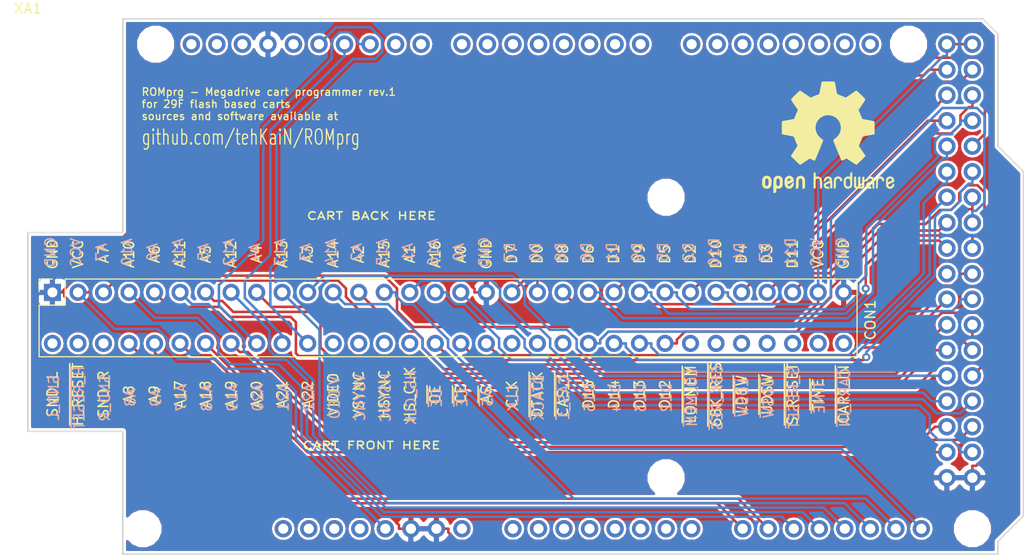
<source format=kicad_pcb>
(kicad_pcb (version 20171130) (host pcbnew "(5.0.0)")
  (title_block (title "Sega Megadrive cart programmer - 29f based") (rev 1) (comment 1 "file, You can obtain one at http://mozilla.org/MPL/2.0/.") (comment 2 "License, v. 2.0. If a copy of the MPL was not distributed with this") (comment 3 "This Source Code Form is subject to the terms of the Mozilla Public"))
  (layers (0 F.Cu signal) (31 B.Cu signal) (34 B.Paste user) (35 F.Paste user) (36 B.SilkS user) (37 F.SilkS user) (38 B.Mask user) (39 F.Mask user) (44 Edge.Cuts user))
  (net 0 "")
  (net 1 GND)
  (net 2 "Net-(CON1-PadB01)")
  (net 3 +5V)
  (net 4 "Net-(CON1-PadB02)")
  (net 5 PL7)
  (net 6 "Net-(CON1-PadB03)")
  (net 7 PK2)
  (net 8 PK0)
  (net 9 PL6)
  (net 10 PK1)
  (net 11 PK3)
  (net 12 PB1)
  (net 13 PL5)
  (net 14 PB2)
  (net 15 PK4)
  (net 16 PB3)
  (net 17 PL4)
  (net 18 PB4)
  (net 19 PK5)
  (net 20 PB5)
  (net 21 PL3)
  (net 22 PB6)
  (net 23 PK6)
  (net 24 "Net-(CON1-PadB12)")
  (net 25 PL2)
  (net 26 "Net-(CON1-PadB13)")
  (net 27 PK7)
  (net 28 "Net-(CON1-PadB14)")
  (net 29 PL1)
  (net 30 "Net-(CON1-PadB15)")
  (net 31 PB0)
  (net 32 PG1)
  (net 33 PL0)
  (net 34 PG0)
  (net 35 PG2)
  (net 36 PA7)
  (net 37 "Net-(CON1-PadB19)")
  (net 38 PA0)
  (net 39 "Net-(CON1-PadB20)")
  (net 40 PC0)
  (net 41 "Net-(CON1-PadB21)")
  (net 42 PA6)
  (net 43 PC7)
  (net 44 PA1)
  (net 45 PC6)
  (net 46 PC1)
  (net 47 PC5)
  (net 48 PA5)
  (net 49 PC4)
  (net 50 PA2)
  (net 51 "Net-(CON1-PadB26)")
  (net 52 PC2)
  (net 53 "Net-(CON1-PadB27)")
  (net 54 PA4)
  (net 55 "Net-(CON1-PadB28)")
  (net 56 PA3)
  (net 57 "Net-(CON1-PadB29)")
  (net 58 PC3)
  (net 59 "Net-(CON1-PadB30)")
  (net 60 "Net-(CON1-PadB31)")
  (net 61 "Net-(CON1-PadB32)")
  (net 62 "Net-(XA1-PadA0)")
  (net 63 "Net-(XA1-PadVIN)")
  (net 64 "Net-(XA1-Pad3V3)")
  (net 65 "Net-(XA1-PadRST1)")
  (net 66 "Net-(XA1-PadIORF)")
  (net 67 "Net-(XA1-PadD21)")
  (net 68 "Net-(XA1-PadD20)")
  (net 69 "Net-(XA1-PadD19)")
  (net 70 "Net-(XA1-PadD18)")
  (net 71 "Net-(XA1-PadD17)")
  (net 72 "Net-(XA1-PadD16)")
  (net 73 "Net-(XA1-PadD15)")
  (net 74 "Net-(XA1-PadD14)")
  (net 75 "Net-(XA1-PadD0)")
  (net 76 "Net-(XA1-PadD1)")
  (net 77 "Net-(XA1-PadD2)")
  (net 78 "Net-(XA1-PadD3)")
  (net 79 "Net-(XA1-PadD4)")
  (net 80 "Net-(XA1-PadD5)")
  (net 81 "Net-(XA1-PadD6)")
  (net 82 "Net-(XA1-PadD7)")
  (net 83 "Net-(XA1-PadD8)")
  (net 84 "Net-(XA1-PadD9)")
  (net 85 "Net-(XA1-PadSCL)")
  (net 86 "Net-(XA1-PadSDA)")
  (net 87 "Net-(XA1-PadAREF)")
  (net 88 "Net-(XA1-PadD13)")
  (net 89 "Net-(XA1-PadA1)")
  (net 90 "Net-(XA1-PadA2)")
  (net 91 "Net-(XA1-PadA3)")
  (net 92 "Net-(XA1-PadA4)")
  (net 93 "Net-(XA1-PadA5)")
  (net 94 "Net-(XA1-PadA6)")
  (net 95 "Net-(XA1-PadA7)")
  (net 96 "Net-(XA1-PadD38)")
  (module romprg:Arduino_Mega2560_Shield_no_border (layer F.Cu) (at 47.73 102.2)
    (fp_text reference XA1 (at 2.54 -1.016) (layer F.SilkS))
    (fp_text value Arduino_Mega2560_Shield)
    (pad A0 thru_hole oval (at 50.8 50.8) (size 1.7272 1.7272) (drill 1.016) (layers *.Cu *.Mask) (net 62 "Net-(XA1-PadA0)"))
    (pad VIN thru_hole oval (at 45.72 50.8) (size 1.7272 1.7272) (drill 1.016) (layers *.Cu *.Mask) (net 63 "Net-(XA1-PadVIN)"))
    (pad GND3 thru_hole oval (at 43.18 50.8) (size 1.7272 1.7272) (drill 1.016) (layers *.Cu *.Mask) (net 1 GND))
    (pad GND2 thru_hole oval (at 40.64 50.8) (size 1.7272 1.7272) (drill 1.016) (layers *.Cu *.Mask) (net 1 GND))
    (pad 5V1 thru_hole oval (at 38.1 50.8) (size 1.7272 1.7272) (drill 1.016) (layers *.Cu *.Mask) (net 3 +5V))
    (pad 3V3 thru_hole oval (at 35.56 50.8) (size 1.7272 1.7272) (drill 1.016) (layers *.Cu *.Mask) (net 64 "Net-(XA1-Pad3V3)"))
    (pad RST1 thru_hole oval (at 33.02 50.8) (size 1.7272 1.7272) (drill 1.016) (layers *.Cu *.Mask) (net 65 "Net-(XA1-PadRST1)"))
    (pad IORF thru_hole oval (at 30.48 50.8) (size 1.7272 1.7272) (drill 1.016) (layers *.Cu *.Mask) (net 66 "Net-(XA1-PadIORF)"))
    (pad D21 thru_hole oval (at 86.36 2.54) (size 1.7272 1.7272) (drill 1.016) (layers *.Cu *.Mask) (net 67 "Net-(XA1-PadD21)"))
    (pad D20 thru_hole oval (at 83.82 2.54) (size 1.7272 1.7272) (drill 1.016) (layers *.Cu *.Mask) (net 68 "Net-(XA1-PadD20)"))
    (pad D19 thru_hole oval (at 81.28 2.54) (size 1.7272 1.7272) (drill 1.016) (layers *.Cu *.Mask) (net 69 "Net-(XA1-PadD19)"))
    (pad D18 thru_hole oval (at 78.74 2.54) (size 1.7272 1.7272) (drill 1.016) (layers *.Cu *.Mask) (net 70 "Net-(XA1-PadD18)"))
    (pad D17 thru_hole oval (at 76.2 2.54) (size 1.7272 1.7272) (drill 1.016) (layers *.Cu *.Mask) (net 71 "Net-(XA1-PadD17)"))
    (pad D16 thru_hole oval (at 73.66 2.54) (size 1.7272 1.7272) (drill 1.016) (layers *.Cu *.Mask) (net 72 "Net-(XA1-PadD16)"))
    (pad D15 thru_hole oval (at 71.12 2.54) (size 1.7272 1.7272) (drill 1.016) (layers *.Cu *.Mask) (net 73 "Net-(XA1-PadD15)"))
    (pad D14 thru_hole oval (at 68.58 2.54) (size 1.7272 1.7272) (drill 1.016) (layers *.Cu *.Mask) (net 74 "Net-(XA1-PadD14)"))
    (pad D0 thru_hole oval (at 63.5 2.54) (size 1.7272 1.7272) (drill 1.016) (layers *.Cu *.Mask) (net 75 "Net-(XA1-PadD0)"))
    (pad D1 thru_hole oval (at 60.96 2.54) (size 1.7272 1.7272) (drill 1.016) (layers *.Cu *.Mask) (net 76 "Net-(XA1-PadD1)"))
    (pad D2 thru_hole oval (at 58.42 2.54) (size 1.7272 1.7272) (drill 1.016) (layers *.Cu *.Mask) (net 77 "Net-(XA1-PadD2)"))
    (pad D3 thru_hole oval (at 55.88 2.54) (size 1.7272 1.7272) (drill 1.016) (layers *.Cu *.Mask) (net 78 "Net-(XA1-PadD3)"))
    (pad D4 thru_hole oval (at 53.34 2.54) (size 1.7272 1.7272) (drill 1.016) (layers *.Cu *.Mask) (net 79 "Net-(XA1-PadD4)"))
    (pad D5 thru_hole oval (at 50.8 2.54) (size 1.7272 1.7272) (drill 1.016) (layers *.Cu *.Mask) (net 80 "Net-(XA1-PadD5)"))
    (pad D6 thru_hole oval (at 48.26 2.54) (size 1.7272 1.7272) (drill 1.016) (layers *.Cu *.Mask) (net 81 "Net-(XA1-PadD6)"))
    (pad D7 thru_hole oval (at 45.72 2.54) (size 1.7272 1.7272) (drill 1.016) (layers *.Cu *.Mask) (net 82 "Net-(XA1-PadD7)"))
    (pad GND1 thru_hole oval (at 26.416 2.54) (size 1.7272 1.7272) (drill 1.016) (layers *.Cu *.Mask) (net 1 GND))
    (pad D8 thru_hole oval (at 41.656 2.54) (size 1.7272 1.7272) (drill 1.016) (layers *.Cu *.Mask) (net 83 "Net-(XA1-PadD8)"))
    (pad D9 thru_hole oval (at 39.116 2.54) (size 1.7272 1.7272) (drill 1.016) (layers *.Cu *.Mask) (net 84 "Net-(XA1-PadD9)"))
    (pad D10 thru_hole oval (at 36.576 2.54) (size 1.7272 1.7272) (drill 1.016) (layers *.Cu *.Mask) (net 18 PB4))
    (pad "" np_thru_hole circle (at 66.04 45.72) (size 3.2 3.2) (drill 3.2) (layers *.Cu *.Mask))
    (pad "" np_thru_hole circle (at 66.04 17.78) (size 3.2 3.2) (drill 3.2) (layers *.Cu *.Mask))
    (pad "" np_thru_hole circle (at 90.17 2.54) (size 3.2 3.2) (drill 3.2) (layers *.Cu *.Mask))
    (pad "" np_thru_hole circle (at 15.24 2.54) (size 3.2 3.2) (drill 3.2) (layers *.Cu *.Mask))
    (pad "" np_thru_hole circle (at 96.52 50.8) (size 3.2 3.2) (drill 3.2) (layers *.Cu *.Mask))
    (pad "" np_thru_hole circle (at 13.97 50.8) (size 3.2 3.2) (drill 3.2) (layers *.Cu *.Mask))
    (pad SCL thru_hole oval (at 18.796 2.54) (size 1.7272 1.7272) (drill 1.016) (layers *.Cu *.Mask) (net 85 "Net-(XA1-PadSCL)"))
    (pad SDA thru_hole oval (at 21.336 2.54) (size 1.7272 1.7272) (drill 1.016) (layers *.Cu *.Mask) (net 86 "Net-(XA1-PadSDA)"))
    (pad AREF thru_hole oval (at 23.876 2.54) (size 1.7272 1.7272) (drill 1.016) (layers *.Cu *.Mask) (net 87 "Net-(XA1-PadAREF)"))
    (pad D13 thru_hole oval (at 28.956 2.54) (size 1.7272 1.7272) (drill 1.016) (layers *.Cu *.Mask) (net 88 "Net-(XA1-PadD13)"))
    (pad D12 thru_hole oval (at 31.496 2.54) (size 1.7272 1.7272) (drill 1.016) (layers *.Cu *.Mask) (net 22 PB6))
    (pad D11 thru_hole oval (at 34.036 2.54) (size 1.7272 1.7272) (drill 1.016) (layers *.Cu *.Mask) (net 20 PB5))
    (pad "" thru_hole oval (at 27.94 50.8) (size 1.7272 1.7272) (drill 1.016) (layers *.Cu *.Mask))
    (pad A1 thru_hole oval (at 53.34 50.8) (size 1.7272 1.7272) (drill 1.016) (layers *.Cu *.Mask) (net 89 "Net-(XA1-PadA1)"))
    (pad A2 thru_hole oval (at 55.88 50.8) (size 1.7272 1.7272) (drill 1.016) (layers *.Cu *.Mask) (net 90 "Net-(XA1-PadA2)"))
    (pad A3 thru_hole oval (at 58.42 50.8) (size 1.7272 1.7272) (drill 1.016) (layers *.Cu *.Mask) (net 91 "Net-(XA1-PadA3)"))
    (pad A4 thru_hole oval (at 60.96 50.8) (size 1.7272 1.7272) (drill 1.016) (layers *.Cu *.Mask) (net 92 "Net-(XA1-PadA4)"))
    (pad A5 thru_hole oval (at 63.5 50.8) (size 1.7272 1.7272) (drill 1.016) (layers *.Cu *.Mask) (net 93 "Net-(XA1-PadA5)"))
    (pad A6 thru_hole oval (at 66.04 50.8) (size 1.7272 1.7272) (drill 1.016) (layers *.Cu *.Mask) (net 94 "Net-(XA1-PadA6)"))
    (pad A7 thru_hole oval (at 68.58 50.8) (size 1.7272 1.7272) (drill 1.016) (layers *.Cu *.Mask) (net 95 "Net-(XA1-PadA7)"))
    (pad A8 thru_hole oval (at 73.66 50.8) (size 1.7272 1.7272) (drill 1.016) (layers *.Cu *.Mask) (net 8 PK0))
    (pad A9 thru_hole oval (at 76.2 50.8) (size 1.7272 1.7272) (drill 1.016) (layers *.Cu *.Mask) (net 10 PK1))
    (pad A10 thru_hole oval (at 78.74 50.8) (size 1.7272 1.7272) (drill 1.016) (layers *.Cu *.Mask) (net 7 PK2))
    (pad A11 thru_hole oval (at 81.28 50.8) (size 1.7272 1.7272) (drill 1.016) (layers *.Cu *.Mask) (net 11 PK3))
    (pad A12 thru_hole oval (at 83.82 50.8) (size 1.7272 1.7272) (drill 1.016) (layers *.Cu *.Mask) (net 15 PK4))
    (pad A13 thru_hole oval (at 86.36 50.8) (size 1.7272 1.7272) (drill 1.016) (layers *.Cu *.Mask) (net 19 PK5))
    (pad A14 thru_hole oval (at 88.9 50.8) (size 1.7272 1.7272) (drill 1.016) (layers *.Cu *.Mask) (net 23 PK6))
    (pad A15 thru_hole oval (at 91.44 50.8) (size 1.7272 1.7272) (drill 1.016) (layers *.Cu *.Mask) (net 27 PK7))
    (pad 5V3 thru_hole oval (at 93.98 2.54) (size 1.7272 1.7272) (drill 1.016) (layers *.Cu *.Mask) (net 3 +5V))
    (pad 5V4 thru_hole oval (at 96.52 2.54) (size 1.7272 1.7272) (drill 1.016) (layers *.Cu *.Mask) (net 3 +5V))
    (pad D22 thru_hole oval (at 93.98 5.08) (size 1.7272 1.7272) (drill 1.016) (layers *.Cu *.Mask) (net 38 PA0))
    (pad D23 thru_hole oval (at 96.52 5.08) (size 1.7272 1.7272) (drill 1.016) (layers *.Cu *.Mask) (net 44 PA1))
    (pad D24 thru_hole oval (at 93.98 7.62) (size 1.7272 1.7272) (drill 1.016) (layers *.Cu *.Mask) (net 50 PA2))
    (pad D25 thru_hole oval (at 96.52 7.62) (size 1.7272 1.7272) (drill 1.016) (layers *.Cu *.Mask) (net 56 PA3))
    (pad D26 thru_hole oval (at 93.98 10.16) (size 1.7272 1.7272) (drill 1.016) (layers *.Cu *.Mask) (net 54 PA4))
    (pad D27 thru_hole oval (at 96.52 10.16) (size 1.7272 1.7272) (drill 1.016) (layers *.Cu *.Mask) (net 48 PA5))
    (pad D28 thru_hole oval (at 93.98 12.7) (size 1.7272 1.7272) (drill 1.016) (layers *.Cu *.Mask) (net 42 PA6))
    (pad D29 thru_hole oval (at 96.52 12.7) (size 1.7272 1.7272) (drill 1.016) (layers *.Cu *.Mask) (net 36 PA7))
    (pad D30 thru_hole oval (at 93.98 15.24) (size 1.7272 1.7272) (drill 1.016) (layers *.Cu *.Mask) (net 43 PC7))
    (pad D31 thru_hole oval (at 96.52 15.24) (size 1.7272 1.7272) (drill 1.016) (layers *.Cu *.Mask) (net 45 PC6))
    (pad D32 thru_hole oval (at 93.98 17.78) (size 1.7272 1.7272) (drill 1.016) (layers *.Cu *.Mask) (net 47 PC5))
    (pad D33 thru_hole oval (at 96.52 17.78) (size 1.7272 1.7272) (drill 1.016) (layers *.Cu *.Mask) (net 49 PC4))
    (pad D34 thru_hole oval (at 93.98 20.32) (size 1.7272 1.7272) (drill 1.016) (layers *.Cu *.Mask) (net 58 PC3))
    (pad D35 thru_hole oval (at 96.52 20.32) (size 1.7272 1.7272) (drill 1.016) (layers *.Cu *.Mask) (net 52 PC2))
    (pad D36 thru_hole oval (at 93.98 22.86) (size 1.7272 1.7272) (drill 1.016) (layers *.Cu *.Mask) (net 46 PC1))
    (pad D37 thru_hole oval (at 96.52 22.86) (size 1.7272 1.7272) (drill 1.016) (layers *.Cu *.Mask) (net 40 PC0))
    (pad D38 thru_hole oval (at 93.98 25.4) (size 1.7272 1.7272) (drill 1.016) (layers *.Cu *.Mask) (net 96 "Net-(XA1-PadD38)"))
    (pad D39 thru_hole oval (at 96.52 25.4) (size 1.7272 1.7272) (drill 1.016) (layers *.Cu *.Mask) (net 35 PG2))
    (pad D40 thru_hole oval (at 93.98 27.94) (size 1.7272 1.7272) (drill 1.016) (layers *.Cu *.Mask) (net 32 PG1))
    (pad D41 thru_hole oval (at 96.52 27.94) (size 1.7272 1.7272) (drill 1.016) (layers *.Cu *.Mask) (net 34 PG0))
    (pad D42 thru_hole oval (at 93.98 30.48) (size 1.7272 1.7272) (drill 1.016) (layers *.Cu *.Mask) (net 5 PL7))
    (pad D43 thru_hole oval (at 96.52 30.48) (size 1.7272 1.7272) (drill 1.016) (layers *.Cu *.Mask) (net 9 PL6))
    (pad D44 thru_hole oval (at 93.98 33.02) (size 1.7272 1.7272) (drill 1.016) (layers *.Cu *.Mask) (net 13 PL5))
    (pad D45 thru_hole oval (at 96.52 33.02) (size 1.7272 1.7272) (drill 1.016) (layers *.Cu *.Mask) (net 17 PL4))
    (pad D46 thru_hole oval (at 93.98 35.56) (size 1.7272 1.7272) (drill 1.016) (layers *.Cu *.Mask) (net 21 PL3))
    (pad D47 thru_hole oval (at 96.52 35.56) (size 1.7272 1.7272) (drill 1.016) (layers *.Cu *.Mask) (net 25 PL2))
    (pad D48 thru_hole oval (at 93.98 38.1) (size 1.7272 1.7272) (drill 1.016) (layers *.Cu *.Mask) (net 29 PL1))
    (pad D49 thru_hole oval (at 96.52 38.1) (size 1.7272 1.7272) (drill 1.016) (layers *.Cu *.Mask) (net 33 PL0))
    (pad D50 thru_hole oval (at 93.98 40.64) (size 1.7272 1.7272) (drill 1.016) (layers *.Cu *.Mask) (net 16 PB3))
    (pad D51 thru_hole oval (at 96.52 40.64) (size 1.7272 1.7272) (drill 1.016) (layers *.Cu *.Mask) (net 14 PB2))
    (pad D52 thru_hole oval (at 93.98 43.18) (size 1.7272 1.7272) (drill 1.016) (layers *.Cu *.Mask) (net 12 PB1))
    (pad D53 thru_hole oval (at 96.52 43.18) (size 1.7272 1.7272) (drill 1.016) (layers *.Cu *.Mask) (net 31 PB0))
    (pad GND5 thru_hole oval (at 93.98 45.72) (size 1.7272 1.7272) (drill 1.016) (layers *.Cu *.Mask) (net 1 GND))
    (pad GND6 thru_hole oval (at 96.52 45.72) (size 1.7272 1.7272) (drill 1.016) (layers *.Cu *.Mask) (net 1 GND))
  )
  (module megadrive:cart_slot (layer F.Cu) (at 52.7 132 90)
    (fp_text reference CON1 (at -0.2 81.4 90) (layer F.SilkS))
    (fp_text value cartridge_connector)
    (fp_text user "CART BACK HERE" (at 10.16 31.75) (layer F.SilkS) (effects (font (size 0.75 1))))
    (fp_text user "CART FRONT HERE" (at -12.7 31.75) (layer F.SilkS) (effects (font (size 0.75 1))))
    (fp_text user GND (at 6.53903 42.96938 270) (layer B.SilkS) (effects (justify mirror)))
    (fp_text user D0 (at 6.53903 48.04938 270) (layer B.SilkS) (effects (justify mirror)))
    (fp_text user D7 (at 6.53903 45.50938 270) (layer B.SilkS) (effects (justify mirror)))
    (fp_text user D8 (at 6.53903 50.58938 270) (layer B.SilkS) (effects (justify mirror)))
    (fp_text user GND (at 6.53903 -0.21062 270) (layer B.SilkS) (effects (justify mirror)))
    (fp_text user VCC (at 6.53903 2.32938 270) (layer B.SilkS) (effects (justify mirror)))
    (fp_text user A0 (at 6.53903 40.42938 270) (layer B.SilkS) (effects (justify mirror)))
    (fp_text user A6 (at 6.53903 9.94938 270) (layer B.SilkS) (effects (justify mirror)))
    (fp_text user A7 (at 6.53903 4.86938 270) (layer B.SilkS) (effects (justify mirror)))
    (fp_text user A10 (at 6.53903 7.40938 270) (layer B.SilkS) (effects (justify mirror)))
    (fp_text user D6 (at 6.53903 53.12938 270) (layer B.SilkS) (effects (justify mirror)))
    (fp_text user A5 (at 6.53903 15.02938 270) (layer B.SilkS) (effects (justify mirror)))
    (fp_text user A13 (at 6.53903 22.64938 270) (layer B.SilkS) (effects (justify mirror)))
    (fp_text user A12 (at 6.53903 17.56938 270) (layer B.SilkS) (effects (justify mirror)))
    (fp_text user A4 (at 6.53903 20.10938 270) (layer B.SilkS) (effects (justify mirror)))
    (fp_text user A11 (at 6.53903 12.48938 270) (layer B.SilkS) (effects (justify mirror)))
    (fp_text user A16 (at 6.53903 37.88938 270) (layer B.SilkS) (effects (justify mirror)))
    (fp_text user A15 (at 6.53903 32.80938 270) (layer B.SilkS) (effects (justify mirror)))
    (fp_text user A2 (at 6.53903 30.26938 270) (layer B.SilkS) (effects (justify mirror)))
    (fp_text user A14 (at 6.53903 27.72938 270) (layer B.SilkS) (effects (justify mirror)))
    (fp_text user A1 (at 6.53903 35.34938 270) (layer B.SilkS) (effects (justify mirror)))
    (fp_text user A3 (at 6.53903 25.18938 270) (layer B.SilkS) (effects (justify mirror)))
    (fp_text user GND (at 6.53903 78.52938 270) (layer B.SilkS) (effects (justify mirror)))
    (fp_text user D4 (at 6.53903 68.36938 270) (layer B.SilkS) (effects (justify mirror)))
    (fp_text user D11 (at 6.53903 73.44938 270) (layer B.SilkS) (effects (justify mirror)))
    (fp_text user VCC (at 6.53903 75.98938 270) (layer B.SilkS) (effects (justify mirror)))
    (fp_text user D3 (at 6.53903 70.90938 270) (layer B.SilkS) (effects (justify mirror)))
    (fp_text user D5 (at 6.53903 60.74938 270) (layer B.SilkS) (effects (justify mirror)))
    (fp_text user D2 (at 6.53903 63.28938 270) (layer B.SilkS) (effects (justify mirror)))
    (fp_text user D9 (at 6.53903 58.20938 270) (layer B.SilkS) (effects (justify mirror)))
    (fp_text user D1 (at 6.53903 55.66938 270) (layer B.SilkS) (effects (justify mirror)))
    (fp_text user D10 (at 6.53903 65.82938 270) (layer B.SilkS) (effects (justify mirror)))
    (fp_text user ~TIME (at -7.941402 76.3351 270) (layer B.SilkS) (effects (justify mirror)))
    (fp_text user ~UDSW (at -7.941402 71.2551 270) (layer B.SilkS) (effects (justify mirror)))
    (fp_text user D12 (at -7.941402 61.0951 270) (layer B.SilkS) (effects (justify mirror)))
    (fp_text user D13 (at -7.941402 58.5551 270) (layer B.SilkS) (effects (justify mirror)))
    (fp_text user D14 (at -7.941402 56.0151 270) (layer B.SilkS) (effects (justify mirror)))
    (fp_text user ~LO_MEM (at -7.941402 63.6351 270) (layer B.SilkS) (effects (justify mirror)))
    (fp_text user ~68K_RES (at -7.941402 66.1751 270) (layer B.SilkS) (effects (justify mirror)))
    (fp_text user D15 (at -7.941402 53.4751 270) (layer B.SilkS) (effects (justify mirror)))
    (fp_text user ~CAS_1 (at -7.941402 50.9351 270) (layer B.SilkS) (effects (justify mirror)))
    (fp_text user ~DTACK (at -7.941402 48.3951 270) (layer B.SilkS) (effects (justify mirror)))
    (fp_text user ~LDSW (at -7.941402 68.7151 270) (layer B.SilkS) (effects (justify mirror)))
    (fp_text user VIDEO (at -7.941402 28.0751 270) (layer B.SilkS) (effects (justify mirror)))
    (fp_text user ~AS (at -7.941402 43.3151 270) (layer B.SilkS) (effects (justify mirror)))
    (fp_text user CLK (at -7.941402 45.8551 270) (layer B.SilkS) (effects (justify mirror)))
    (fp_text user ~CE (at -7.941402 40.7751 270) (layer B.SilkS) (effects (justify mirror)))
    (fp_text user VSYNC (at -7.941402 30.6151 270) (layer B.SilkS) (effects (justify mirror)))
    (fp_text user HSYNC (at -7.941402 33.1551 270) (layer B.SilkS) (effects (justify mirror)))
    (fp_text user HS_CLK (at -7.941402 35.6951 270) (layer B.SilkS) (effects (justify mirror)))
    (fp_text user ~H_RESET (at -7.941402 2.6751 270) (layer B.SilkS) (effects (justify mirror)))
    (fp_text user ~CART_IN (at -7.941402 78.8751 270) (layer B.SilkS) (effects (justify mirror)))
    (fp_text user ~S_RESET (at -7.941402 73.7951 270) (layer B.SilkS) (effects (justify mirror)))
    (fp_text user ~OE (at -7.941402 38.2351 270) (layer B.SilkS) (effects (justify mirror)))
    (fp_text user SND_R (at -7.941402 5.2151 270) (layer B.SilkS) (effects (justify mirror)))
    (fp_text user A9 (at -7.941402 10.2951 270) (layer B.SilkS) (effects (justify mirror)))
    (fp_text user A8 (at -7.941402 7.7551 270) (layer B.SilkS) (effects (justify mirror)))
    (fp_text user A17 (at -7.941402 12.8351 270) (layer B.SilkS) (effects (justify mirror)))
    (fp_text user SND_L (at -7.941402 0.1351 270) (layer B.SilkS) (effects (justify mirror)))
    (fp_text user A22 (at -7.941402 25.5351 270) (layer B.SilkS) (effects (justify mirror)))
    (fp_text user A21 (at -7.941402 22.9951 270) (layer B.SilkS) (effects (justify mirror)))
    (fp_text user A20 (at -7.941402 20.4551 270) (layer B.SilkS) (effects (justify mirror)))
    (fp_text user A19 (at -7.941402 17.9151 270) (layer B.SilkS) (effects (justify mirror)))
    (fp_text user A18 (at -7.941402 15.3751 270) (layer B.SilkS) (effects (justify mirror)))
    (fp_text user D5 (at 6.35 60.96 90) (layer F.SilkS))
    (fp_text user D2 (at 6.35 63.5 90) (layer F.SilkS))
    (fp_text user D9 (at 6.35 58.42 90) (layer F.SilkS))
    (fp_text user D1 (at 6.35 55.88 90) (layer F.SilkS))
    (fp_text user D6 (at 6.35 53.34 90) (layer F.SilkS))
    (fp_text user D8 (at 6.35 50.8 90) (layer F.SilkS))
    (fp_text user GND (at 6.35 78.74 90) (layer F.SilkS))
    (fp_text user D3 (at 6.35 71.12 90) (layer F.SilkS))
    (fp_text user D4 (at 6.35 68.58 90) (layer F.SilkS))
    (fp_text user D10 (at 6.35 66.04 90) (layer F.SilkS))
    (fp_text user D11 (at 6.35 73.66 90) (layer F.SilkS))
    (fp_text user VCC (at 6.35 76.2 90) (layer F.SilkS))
    (fp_text user D0 (at 6.35 48.26 90) (layer F.SilkS))
    (fp_text user D7 (at 6.35 45.72 90) (layer F.SilkS))
    (fp_text user GND (at 6.35 43.18 90) (layer F.SilkS))
    (fp_text user A0 (at 6.35 40.64 90) (layer F.SilkS))
    (fp_text user A16 (at 6.35 38.1 90) (layer F.SilkS))
    (fp_text user A3 (at 6.35 25.4 90) (layer F.SilkS))
    (fp_text user A4 (at 6.35 20.32 90) (layer F.SilkS))
    (fp_text user A12 (at 6.35 17.78 90) (layer F.SilkS))
    (fp_text user A5 (at 6.35 15.24 90) (layer F.SilkS))
    (fp_text user A13 (at 6.35 22.86 90) (layer F.SilkS))
    (fp_text user A11 (at 6.35 12.7 90) (layer F.SilkS))
    (fp_text user A6 (at 6.35 10.16 90) (layer F.SilkS))
    (fp_text user A10 (at 6.35 7.62 90) (layer F.SilkS))
    (fp_text user A7 (at 6.35 5.08 90) (layer F.SilkS))
    (fp_text user VCC (at 6.35 2.54 90) (layer F.SilkS))
    (fp_text user GND (at 6.35 0 90) (layer F.SilkS))
    (fp_text user A15 (at 6.35 33.02 90) (layer F.SilkS))
    (fp_text user A2 (at 6.35 30.48 90) (layer F.SilkS))
    (fp_text user A14 (at 6.35 27.94 90) (layer F.SilkS))
    (fp_text user A1 (at 6.35 35.56 90) (layer F.SilkS))
    (fp_text user ~CART_IN (at -7.62 78.74 90) (layer F.SilkS))
    (fp_text user ~TIME (at -7.62 76.2 90) (layer F.SilkS))
    (fp_text user ~S_RESET (at -7.62 73.66 90) (layer F.SilkS))
    (fp_text user D15 (at -7.62 53.34 90) (layer F.SilkS))
    (fp_text user ~UDSW (at -7.62 71.12 90) (layer F.SilkS))
    (fp_text user ~LDSW (at -7.62 68.58 90) (layer F.SilkS))
    (fp_text user ~68K_RES (at -7.62 66.04 90) (layer F.SilkS))
    (fp_text user ~LO_MEM (at -7.62 63.5 90) (layer F.SilkS))
    (fp_text user D12 (at -7.62 60.96 90) (layer F.SilkS))
    (fp_text user D13 (at -7.62 58.42 90) (layer F.SilkS))
    (fp_text user D14 (at -7.62 55.88 90) (layer F.SilkS))
    (fp_text user ~CAS_1 (at -7.62 50.8 90) (layer F.SilkS))
    (fp_text user ~DTACK (at -7.62 48.26 90) (layer F.SilkS))
    (fp_text user CLK (at -7.62 45.72 90) (layer F.SilkS))
    (fp_text user ~AS (at -7.62 43.18 90) (layer F.SilkS))
    (fp_text user ~CE (at -7.62 40.64 90) (layer F.SilkS))
    (fp_text user ~OE (at -7.62 38.1 90) (layer F.SilkS))
    (fp_text user HS_CLK (at -7.62 35.56 90) (layer F.SilkS))
    (fp_text user HSYNC (at -7.62 33.02 90) (layer F.SilkS))
    (fp_text user VSYNC (at -7.62 30.48 90) (layer F.SilkS))
    (fp_text user VIDEO (at -7.62 27.94 90) (layer F.SilkS))
    (fp_text user A22 (at -7.62 25.4 90) (layer F.SilkS))
    (fp_text user A21 (at -7.62 22.86 90) (layer F.SilkS))
    (fp_text user A20 (at -7.62 20.32 90) (layer F.SilkS))
    (fp_text user A19 (at -7.62 17.78 90) (layer F.SilkS))
    (fp_text user A18 (at -7.62 15.24 90) (layer F.SilkS))
    (fp_text user A17 (at -7.62 12.7 90) (layer F.SilkS))
    (fp_text user A9 (at -7.62 10.16 90) (layer F.SilkS))
    (fp_text user A8 (at -7.62 7.62 90) (layer F.SilkS))
    (fp_text user SND_R (at -7.62 5.08 90) (layer F.SilkS))
    (fp_text user ~H_RESET (at -7.62 2.54 90) (layer F.SilkS))
    (fp_text user SND_L (at -7.62 0 90) (layer F.SilkS))
    (pad B32 thru_hole oval (at -2.54 78.74 90) (size 1.7 1.7) (drill 1) (layers *.Cu *.Mask) (net 61 "Net-(CON1-PadB32)"))
    (pad A32 thru_hole oval (at 2.54 78.74 90) (size 1.7 1.7) (drill 1) (layers *.Cu *.Mask) (net 1 GND))
    (pad B31 thru_hole oval (at -2.54 76.2 90) (size 1.7 1.7) (drill 1) (layers *.Cu *.Mask) (net 60 "Net-(CON1-PadB31)"))
    (pad A31 thru_hole oval (at 2.54 76.2 90) (size 1.7 1.7) (drill 1) (layers *.Cu *.Mask) (net 3 +5V))
    (pad B30 thru_hole oval (at -2.54 73.66 90) (size 1.7 1.7) (drill 1) (layers *.Cu *.Mask) (net 59 "Net-(CON1-PadB30)"))
    (pad A30 thru_hole oval (at 2.54 73.66 90) (size 1.7 1.7) (drill 1) (layers *.Cu *.Mask) (net 58 PC3))
    (pad B29 thru_hole oval (at -2.54 71.12 90) (size 1.7 1.7) (drill 1) (layers *.Cu *.Mask) (net 57 "Net-(CON1-PadB29)"))
    (pad A29 thru_hole oval (at 2.54 71.12 90) (size 1.7 1.7) (drill 1) (layers *.Cu *.Mask) (net 56 PA3))
    (pad B28 thru_hole oval (at -2.54 68.58 90) (size 1.7 1.7) (drill 1) (layers *.Cu *.Mask) (net 55 "Net-(CON1-PadB28)"))
    (pad A28 thru_hole oval (at 2.54 68.58 90) (size 1.7 1.7) (drill 1) (layers *.Cu *.Mask) (net 54 PA4))
    (pad B27 thru_hole oval (at -2.54 66.04 90) (size 1.7 1.7) (drill 1) (layers *.Cu *.Mask) (net 53 "Net-(CON1-PadB27)"))
    (pad A27 thru_hole oval (at 2.54 66.04 90) (size 1.7 1.7) (drill 1) (layers *.Cu *.Mask) (net 52 PC2))
    (pad B26 thru_hole oval (at -2.54 63.5 90) (size 1.7 1.7) (drill 1) (layers *.Cu *.Mask) (net 51 "Net-(CON1-PadB26)"))
    (pad A26 thru_hole oval (at 2.54 63.5 90) (size 1.7 1.7) (drill 1) (layers *.Cu *.Mask) (net 50 PA2))
    (pad B25 thru_hole oval (at -2.54 60.96 90) (size 1.7 1.7) (drill 1) (layers *.Cu *.Mask) (net 49 PC4))
    (pad A25 thru_hole oval (at 2.54 60.96 90) (size 1.7 1.7) (drill 1) (layers *.Cu *.Mask) (net 48 PA5))
    (pad B24 thru_hole oval (at -2.54 58.42 90) (size 1.7 1.7) (drill 1) (layers *.Cu *.Mask) (net 47 PC5))
    (pad A24 thru_hole oval (at 2.54 58.42 90) (size 1.7 1.7) (drill 1) (layers *.Cu *.Mask) (net 46 PC1))
    (pad B23 thru_hole oval (at -2.54 55.88 90) (size 1.7 1.7) (drill 1) (layers *.Cu *.Mask) (net 45 PC6))
    (pad A23 thru_hole oval (at 2.54 55.88 90) (size 1.7 1.7) (drill 1) (layers *.Cu *.Mask) (net 44 PA1))
    (pad B22 thru_hole oval (at -2.54 53.34 90) (size 1.7 1.7) (drill 1) (layers *.Cu *.Mask) (net 43 PC7))
    (pad A22 thru_hole oval (at 2.54 53.34 90) (size 1.7 1.7) (drill 1) (layers *.Cu *.Mask) (net 42 PA6))
    (pad B21 thru_hole oval (at -2.54 50.8 90) (size 1.7 1.7) (drill 1) (layers *.Cu *.Mask) (net 41 "Net-(CON1-PadB21)"))
    (pad A21 thru_hole oval (at 2.54 50.8 90) (size 1.7 1.7) (drill 1) (layers *.Cu *.Mask) (net 40 PC0))
    (pad B20 thru_hole oval (at -2.54 48.26 90) (size 1.7 1.7) (drill 1) (layers *.Cu *.Mask) (net 39 "Net-(CON1-PadB20)"))
    (pad A20 thru_hole oval (at 2.54 48.26 90) (size 1.7 1.7) (drill 1) (layers *.Cu *.Mask) (net 38 PA0))
    (pad B19 thru_hole oval (at -2.54 45.72 90) (size 1.7 1.7) (drill 1) (layers *.Cu *.Mask) (net 37 "Net-(CON1-PadB19)"))
    (pad A19 thru_hole oval (at 2.54 45.72 90) (size 1.7 1.7) (drill 1) (layers *.Cu *.Mask) (net 36 PA7))
    (pad B18 thru_hole oval (at -2.54 43.18 90) (size 1.7 1.7) (drill 1) (layers *.Cu *.Mask) (net 35 PG2))
    (pad A18 thru_hole oval (at 2.54 43.18 90) (size 1.7 1.7) (drill 1) (layers *.Cu *.Mask) (net 1 GND))
    (pad B17 thru_hole oval (at -2.54 40.64 90) (size 1.7 1.7) (drill 1) (layers *.Cu *.Mask) (net 34 PG0))
    (pad A17 thru_hole oval (at 2.54 40.64 90) (size 1.7 1.7) (drill 1) (layers *.Cu *.Mask) (net 33 PL0))
    (pad B16 thru_hole oval (at -2.54 38.1 90) (size 1.7 1.7) (drill 1) (layers *.Cu *.Mask) (net 32 PG1))
    (pad A16 thru_hole oval (at 2.54 38.1 90) (size 1.7 1.7) (drill 1) (layers *.Cu *.Mask) (net 31 PB0))
    (pad B15 thru_hole oval (at -2.54 35.56 90) (size 1.7 1.7) (drill 1) (layers *.Cu *.Mask) (net 30 "Net-(CON1-PadB15)"))
    (pad A15 thru_hole oval (at 2.54 35.56 90) (size 1.7 1.7) (drill 1) (layers *.Cu *.Mask) (net 29 PL1))
    (pad B14 thru_hole oval (at -2.54 33.02 90) (size 1.7 1.7) (drill 1) (layers *.Cu *.Mask) (net 28 "Net-(CON1-PadB14)"))
    (pad A14 thru_hole oval (at 2.54 33.02 90) (size 1.7 1.7) (drill 1) (layers *.Cu *.Mask) (net 27 PK7))
    (pad B13 thru_hole oval (at -2.54 30.48 90) (size 1.7 1.7) (drill 1) (layers *.Cu *.Mask) (net 26 "Net-(CON1-PadB13)"))
    (pad A13 thru_hole oval (at 2.54 30.48 90) (size 1.7 1.7) (drill 1) (layers *.Cu *.Mask) (net 25 PL2))
    (pad B12 thru_hole oval (at -2.54 27.94 90) (size 1.7 1.7) (drill 1) (layers *.Cu *.Mask) (net 24 "Net-(CON1-PadB12)"))
    (pad A12 thru_hole oval (at 2.54 27.94 90) (size 1.7 1.7) (drill 1) (layers *.Cu *.Mask) (net 23 PK6))
    (pad B11 thru_hole oval (at -2.54 25.4 90) (size 1.7 1.7) (drill 1) (layers *.Cu *.Mask) (net 22 PB6))
    (pad A11 thru_hole oval (at 2.54 25.4 90) (size 1.7 1.7) (drill 1) (layers *.Cu *.Mask) (net 21 PL3))
    (pad B10 thru_hole oval (at -2.54 22.86 90) (size 1.7 1.7) (drill 1) (layers *.Cu *.Mask) (net 20 PB5))
    (pad A10 thru_hole oval (at 2.54 22.86 90) (size 1.7 1.7) (drill 1) (layers *.Cu *.Mask) (net 19 PK5))
    (pad B09 thru_hole oval (at -2.54 20.32 90) (size 1.7 1.7) (drill 1) (layers *.Cu *.Mask) (net 18 PB4))
    (pad A09 thru_hole oval (at 2.54 20.32 90) (size 1.7 1.7) (drill 1) (layers *.Cu *.Mask) (net 17 PL4))
    (pad B08 thru_hole oval (at -2.54 17.78 90) (size 1.7 1.7) (drill 1) (layers *.Cu *.Mask) (net 16 PB3))
    (pad A08 thru_hole oval (at 2.54 17.78 90) (size 1.7 1.7) (drill 1) (layers *.Cu *.Mask) (net 15 PK4))
    (pad B07 thru_hole oval (at -2.54 15.24 90) (size 1.7 1.7) (drill 1) (layers *.Cu *.Mask) (net 14 PB2))
    (pad A07 thru_hole oval (at 2.54 15.24 90) (size 1.7 1.7) (drill 1) (layers *.Cu *.Mask) (net 13 PL5))
    (pad B06 thru_hole oval (at -2.54 12.7 90) (size 1.7 1.7) (drill 1) (layers *.Cu *.Mask) (net 12 PB1))
    (pad A06 thru_hole oval (at 2.54 12.7 90) (size 1.7 1.7) (drill 1) (layers *.Cu *.Mask) (net 11 PK3))
    (pad B05 thru_hole oval (at -2.54 10.16 90) (size 1.7 1.7) (drill 1) (layers *.Cu *.Mask) (net 10 PK1))
    (pad A05 thru_hole oval (at 2.54 10.16 90) (size 1.7 1.7) (drill 1) (layers *.Cu *.Mask) (net 9 PL6))
    (pad B04 thru_hole oval (at -2.54 7.62 90) (size 1.7 1.7) (drill 1) (layers *.Cu *.Mask) (net 8 PK0))
    (pad A04 thru_hole oval (at 2.54 7.62 90) (size 1.7 1.7) (drill 1) (layers *.Cu *.Mask) (net 7 PK2))
    (pad B03 thru_hole oval (at -2.54 5.08 90) (size 1.7 1.7) (drill 1) (layers *.Cu *.Mask) (net 6 "Net-(CON1-PadB03)"))
    (pad A03 thru_hole oval (at 2.54 5.08 90) (size 1.7 1.7) (drill 1) (layers *.Cu *.Mask) (net 5 PL7))
    (pad B02 thru_hole oval (at -2.54 2.54 90) (size 1.7 1.7) (drill 1) (layers *.Cu *.Mask) (net 4 "Net-(CON1-PadB02)"))
    (pad A02 thru_hole oval (at 2.54 2.54 90) (size 1.7 1.7) (drill 1) (layers *.Cu *.Mask) (net 3 +5V))
    (pad B01 thru_hole oval (at -2.54 0 90) (size 1.7 1.7) (drill 1) (layers *.Cu *.Mask) (net 2 "Net-(CON1-PadB01)"))
    (pad A01 thru_hole rect (at 2.54 0 90) (size 1.7 1.7) (drill 1) (layers *.Cu *.Mask) (net 1 GND))
  )
  (module Symbol:OSHW-Logo2_14.6x12mm_SilkScreen (layer F.Cu) (at 129.9 114)
    (fp_text reference REF** hide)
    (fp_text value OSHW-Logo2_14.6x12mm_SilkScreen hide)
  )
  (gr_text "github.com/tehKaiN/ROMprg\n" (at 61.5 114) (layer F.SilkS) (effects (font (size 1.5 1) (thickness 0.125)) (justify left)))
  (gr_text "ROMprg - Megadrive cart programmer rev.1\nfor 29F flash based carts\nsources and software available at" (at 61.5 110.7) (layer F.SilkS) (effects (font (size 0.75 0.75) (thickness 0.125)) (justify left)))
  (gr_line (start 59.7 123.5) (end 59.7 102.2) (layer Edge.Cuts) (width 0.15))
  (gr_line (start 50.255 123.5) (end 59.7 123.5) (layer Edge.Cuts) (width 0.15))
  (gr_line (start 59.7 143.3) (end 59.7 155.54) (layer Edge.Cuts) (width 0.15))
  (gr_line (start 50.255 143.3) (end 59.7 143.3) (layer Edge.Cuts) (width 0.15))
  (gr_line (start 50.255 123.5) (end 50.255 143.3) (layer Edge.Cuts) (width 0.15))
  (gr_line (start 59.7 155.54) (end 146.79 155.54) (layer Edge.Cuts) (width 0.15))
  (gr_line (start 146.79 154.27) (end 146.79 155.54) (layer Edge.Cuts) (width 0.15))
  (gr_line (start 146.79 154.27) (end 149.33 151.73) (layer Edge.Cuts) (width 0.15))
  (gr_line (start 149.33 117.45) (end 149.33 151.73) (layer Edge.Cuts) (width 0.15))
  (gr_line (start 149.33 117.44) (end 146.79 114.9) (layer Edge.Cuts) (width 0.15))
  (gr_line (start 146.79 114.9) (end 146.79 103.724) (layer Edge.Cuts) (width 0.15))
  (gr_line (start 145.266 102.2) (end 146.79 103.724) (layer Edge.Cuts) (width 0.15))
  (gr_line (start 59.7 102.2) (end 145.266 102.2) (layer Edge.Cuts) (width 0.15))
  (segment (start 144.25 147.92) (end 144.25 146.7311) (width 0.25) (layer F.Cu) (net 1))
  (segment (start 144.25 146.7311) (end 144.6215 146.7311) (width 0.25) (layer F.Cu) (net 1))
  (segment (start 144.6215 146.7311) (end 146.3951 144.9575) (width 0.25) (layer F.Cu) (net 1))
  (segment (start 146.3951 144.9575) (end 146.3951 128.0511) (width 0.25) (layer F.Cu) (net 1))
  (segment (start 146.3951 128.0511) (end 144.7056 126.3616) (width 0.25) (layer F.Cu) (net 1))
  (segment (start 144.7056 126.3616) (end 141.2535 126.3616) (width 0.25) (layer F.Cu) (net 1))
  (segment (start 141.2535 126.3616) (end 137.7971 129.818) (width 0.25) (layer F.Cu) (net 1))
  (segment (start 137.7971 129.818) (end 132.9733 129.818) (width 0.25) (layer F.Cu) (net 1))
  (segment (start 132.9733 129.818) (end 132.6153 129.46) (width 0.25) (layer F.Cu) (net 1))
  (segment (start 141.71 147.92) (end 144.25 147.92) (width 0.25) (layer F.Cu) (net 1))
  (segment (start 131.44 129.46) (end 132.6153 129.46) (width 0.25) (layer F.Cu) (net 1))
  (segment (start 92.0989 153) (end 92.0989 153.3715) (width 0.25) (layer F.Cu) (net 1))
  (segment (start 92.0989 153.3715) (end 92.9289 154.2015) (width 0.25) (layer F.Cu) (net 1))
  (segment (start 92.9289 154.2015) (end 124.4626 154.2015) (width 0.25) (layer F.Cu) (net 1))
  (segment (start 124.4626 154.2015) (end 125.2 153.4641) (width 0.25) (layer F.Cu) (net 1))
  (segment (start 125.2 153.4641) (end 125.2 152.5342) (width 0.25) (layer F.Cu) (net 1))
  (segment (start 125.2 152.5342) (end 129.8142 147.92) (width 0.25) (layer F.Cu) (net 1))
  (segment (start 129.8142 147.92) (end 141.71 147.92) (width 0.25) (layer F.Cu) (net 1))
  (segment (start 74.146 109.5371) (end 75.1417 109.5371) (width 0.25) (layer F.Cu) (net 1))
  (segment (start 75.1417 109.5371) (end 94.7047 129.1001) (width 0.25) (layer F.Cu) (net 1))
  (segment (start 94.7047 129.1001) (end 94.7047 129.46) (width 0.25) (layer F.Cu) (net 1))
  (segment (start 74.146 109.5371) (end 56.327 127.3561) (width 0.25) (layer F.Cu) (net 1))
  (segment (start 56.327 127.3561) (end 55.6816 127.3561) (width 0.25) (layer F.Cu) (net 1))
  (segment (start 55.6816 127.3561) (end 53.5777 129.46) (width 0.25) (layer F.Cu) (net 1))
  (segment (start 74.146 104.74) (end 74.146 109.5371) (width 0.25) (layer F.Cu) (net 1))
  (segment (start 95.88 129.46) (end 94.7047 129.46) (width 0.25) (layer F.Cu) (net 1))
  (segment (start 53.5777 129.46) (end 53.8753 129.46) (width 0.25) (layer F.Cu) (net 1))
  (segment (start 52.7 129.46) (end 53.5777 129.46) (width 0.25) (layer F.Cu) (net 1))
  (segment (start 88.37 153) (end 87.1811 153) (width 0.25) (layer F.Cu) (net 1))
  (segment (start 87.1811 153) (end 87.1811 152.6284) (width 0.25) (layer F.Cu) (net 1))
  (segment (start 87.1811 152.6284) (end 86.3638 151.8111) (width 0.25) (layer F.Cu) (net 1))
  (segment (start 86.3638 151.8111) (end 75.8502 151.8111) (width 0.25) (layer F.Cu) (net 1))
  (segment (start 75.8502 151.8111) (end 59.05 135.0109) (width 0.25) (layer F.Cu) (net 1))
  (segment (start 59.05 135.0109) (end 59.05 134.0505) (width 0.25) (layer F.Cu) (net 1))
  (segment (start 59.05 134.0505) (end 55.6348 130.6353) (width 0.25) (layer F.Cu) (net 1))
  (segment (start 55.6348 130.6353) (end 54.6832 130.6353) (width 0.25) (layer F.Cu) (net 1))
  (segment (start 54.6832 130.6353) (end 53.8753 129.8274) (width 0.25) (layer F.Cu) (net 1))
  (segment (start 53.8753 129.8274) (end 53.8753 129.46) (width 0.25) (layer F.Cu) (net 1))
  (segment (start 90.91 153) (end 88.37 153) (width 0.25) (layer F.Cu) (net 1))
  (segment (start 90.91 153) (end 92.0989 153) (width 0.25) (layer F.Cu) (net 1))
  (segment (start 141.71 104.74) (end 143.0611 104.74) (width 0.25) (layer F.Cu) (net 3))
  (segment (start 144.25 104.74) (end 143.0611 104.74) (width 0.25) (layer F.Cu) (net 3))
  (segment (start 141.71 105.9289) (end 141.3385 105.9289) (width 0.25) (layer B.Cu) (net 3))
  (segment (start 141.3385 105.9289) (end 128.9 118.3674) (width 0.25) (layer B.Cu) (net 3))
  (segment (start 128.9 118.3674) (end 128.9 128.2847) (width 0.25) (layer B.Cu) (net 3))
  (segment (start 128.9 129.46) (end 128.9 128.2847) (width 0.25) (layer B.Cu) (net 3))
  (segment (start 141.71 104.74) (end 141.71 105.9289) (width 0.25) (layer B.Cu) (net 3))
  (segment (start 76.93 144.1) (end 85.83 153) (width 0.25) (layer B.Cu) (net 3))
  (segment (start 76.93 139.33) (end 76.93 144.1) (width 0.25) (layer B.Cu) (net 3))
  (segment (start 58.88 133.1) (end 63.1794 133.1) (width 0.25) (layer B.Cu) (net 3))
  (segment (start 55.24 129.46) (end 58.88 133.1) (width 0.25) (layer B.Cu) (net 3))
  (segment (start 69.895034 137.065034) (end 74.665034 137.065034) (width 0.25) (layer B.Cu) (net 3))
  (segment (start 63.1794 133.1) (end 64.13 134.0506) (width 0.25) (layer B.Cu) (net 3))
  (segment (start 74.665034 137.065034) (end 76.93 139.33) (width 0.25) (layer B.Cu) (net 3))
  (segment (start 68.9325 136.1025) (end 69.895034 137.065034) (width 0.25) (layer B.Cu) (net 3))
  (segment (start 64.13 134.0506) (end 64.13 135.03) (width 0.25) (layer B.Cu) (net 3))
  (segment (start 64.13 135.03) (end 65.2025 136.1025) (width 0.25) (layer B.Cu) (net 3))
  (segment (start 65.2025 136.1025) (end 68.9325 136.1025) (width 0.25) (layer B.Cu) (net 3))
  (segment (start 57.716 127.792) (end 56.4153 129.0927) (width 0.25) (layer F.Cu) (net 3))
  (segment (start 85.7157 127.792) (end 57.716 127.792) (width 0.25) (layer F.Cu) (net 3))
  (segment (start 86.9871 129.0634) (end 85.7157 127.792) (width 0.25) (layer F.Cu) (net 3))
  (segment (start 56.4153 129.46) (end 55.24 129.46) (width 0.25) (layer F.Cu) (net 3))
  (segment (start 56.4153 129.0927) (end 56.4153 129.46) (width 0.25) (layer F.Cu) (net 3))
  (segment (start 88.6 132.9) (end 86.9871 131.2871) (width 0.25) (layer F.Cu) (net 3))
  (segment (start 128.9 129.46) (end 128.9 130.5) (width 0.25) (layer F.Cu) (net 3))
  (segment (start 86.9871 131.2871) (end 86.9871 129.0634) (width 0.25) (layer F.Cu) (net 3))
  (segment (start 128.9 130.5) (end 126.5 132.9) (width 0.25) (layer F.Cu) (net 3))
  (segment (start 126.5 132.9) (end 88.6 132.9) (width 0.25) (layer F.Cu) (net 3))
  (segment (start 89.700289 135.859989) (end 91.4 137.5597) (width 0.25) (layer F.Cu) (net 5))
  (segment (start 83.8681 131.8708) (end 84.8103 131.8708) (width 0.25) (layer F.Cu) (net 5))
  (segment (start 141.52 132.68) (end 141.71 132.68) (width 0.25) (layer F.Cu) (net 5))
  (segment (start 136.6403 137.5597) (end 141.52 132.68) (width 0.25) (layer F.Cu) (net 5))
  (segment (start 86.99 134.9344) (end 87.915589 135.859989) (width 0.25) (layer F.Cu) (net 5))
  (segment (start 91.4 137.5597) (end 136.6403 137.5597) (width 0.25) (layer F.Cu) (net 5))
  (segment (start 86.99 134.0505) (end 86.99 134.9344) (width 0.25) (layer F.Cu) (net 5))
  (segment (start 81.91 129.9127) (end 83.8681 131.8708) (width 0.25) (layer F.Cu) (net 5))
  (segment (start 81.91 129.0649) (end 81.91 129.9127) (width 0.25) (layer F.Cu) (net 5))
  (segment (start 81.1298 128.2847) (end 81.91 129.0649) (width 0.25) (layer F.Cu) (net 5))
  (segment (start 87.915589 135.859989) (end 89.700289 135.859989) (width 0.25) (layer F.Cu) (net 5))
  (segment (start 58.9553 128.2847) (end 81.1298 128.2847) (width 0.25) (layer F.Cu) (net 5))
  (segment (start 84.8103 131.8708) (end 86.99 134.0505) (width 0.25) (layer F.Cu) (net 5))
  (segment (start 57.78 129.46) (end 58.9553 128.2847) (width 0.25) (layer F.Cu) (net 5))
  (segment (start 62.86 132) (end 60.32 129.46) (width 0.25) (layer B.Cu) (net 7))
  (segment (start 67.1589 132) (end 62.86 132) (width 0.25) (layer B.Cu) (net 7))
  (segment (start 69.21 134.0511) (end 67.1589 132) (width 0.25) (layer B.Cu) (net 7))
  (segment (start 69.21 135.519233) (end 69.21 134.0511) (width 0.25) (layer B.Cu) (net 7))
  (segment (start 70.30579 136.615023) (end 69.21 135.519233) (width 0.25) (layer B.Cu) (net 7))
  (segment (start 126.47 153) (end 125.270044 151.800044) (width 0.25) (layer B.Cu) (net 7))
  (segment (start 85.490811 151.800044) (end 77.490767 143.8) (width 0.25) (layer B.Cu) (net 7))
  (segment (start 77.490767 143.8) (end 77.490767 138.890767) (width 0.25) (layer B.Cu) (net 7))
  (segment (start 77.490767 138.890767) (end 75.215023 136.615023) (width 0.25) (layer B.Cu) (net 7))
  (segment (start 125.270044 151.800044) (end 85.490811 151.800044) (width 0.25) (layer B.Cu) (net 7))
  (segment (start 75.215023 136.615023) (end 70.30579 136.615023) (width 0.25) (layer B.Cu) (net 7))
  (segment (start 118.8502 150.4602) (end 121.39 153) (width 0.25) (layer F.Cu) (net 8))
  (segment (start 77.0482 150.4602) (end 118.8502 150.4602) (width 0.25) (layer F.Cu) (net 8))
  (segment (start 61.977999 135.389999) (end 77.0482 150.4602) (width 0.25) (layer F.Cu) (net 8))
  (segment (start 61.169999 135.389999) (end 61.977999 135.389999) (width 0.25) (layer F.Cu) (net 8))
  (segment (start 60.32 134.54) (end 61.169999 135.389999) (width 0.25) (layer F.Cu) (net 8))
  (segment (start 144.25 133.8689) (end 144.25 132.68) (width 0.25) (layer F.Cu) (net 9))
  (segment (start 144.6216 133.8689) (end 144.25 133.8689) (width 0.25) (layer F.Cu) (net 9))
  (segment (start 145.4389 134.6862) (end 144.6216 133.8689) (width 0.25) (layer F.Cu) (net 9))
  (segment (start 145.4389 135.7901) (end 145.4389 134.6862) (width 0.25) (layer F.Cu) (net 9))
  (segment (start 144.739 136.49) (end 145.4389 135.7901) (width 0.25) (layer F.Cu) (net 9))
  (segment (start 76.924999 132.424999) (end 76.924999 135.520299) (width 0.25) (layer F.Cu) (net 9))
  (segment (start 76.4 131.9) (end 76.924999 132.424999) (width 0.25) (layer F.Cu) (net 9))
  (segment (start 70.3758 131.9) (end 76.4 131.9) (width 0.25) (layer F.Cu) (net 9))
  (segment (start 69.3758 130.9) (end 70.3758 131.9) (width 0.25) (layer F.Cu) (net 9))
  (segment (start 141.0526 136.49) (end 144.739 136.49) (width 0.25) (layer F.Cu) (net 9))
  (segment (start 64.3 130.9) (end 69.3758 130.9) (width 0.25) (layer F.Cu) (net 9))
  (segment (start 76.924999 135.520299) (end 77.2 135.7953) (width 0.25) (layer F.Cu) (net 9))
  (segment (start 62.86 129.46) (end 64.3 130.9) (width 0.25) (layer F.Cu) (net 9))
  (segment (start 77.2 135.7953) (end 79.5284 135.7953) (width 0.25) (layer F.Cu) (net 9))
  (segment (start 79.5284 135.7953) (end 80.4331 136.7) (width 0.25) (layer F.Cu) (net 9))
  (segment (start 80.4331 136.7) (end 86.4331 136.7) (width 0.25) (layer F.Cu) (net 9))
  (segment (start 86.4331 136.7) (end 87 137.2669) (width 0.25) (layer F.Cu) (net 9))
  (segment (start 89.1 137.2669) (end 90.8 138.9669) (width 0.25) (layer F.Cu) (net 9))
  (segment (start 138.5757 138.9669) (end 141.0526 136.49) (width 0.25) (layer F.Cu) (net 9))
  (segment (start 87 137.2669) (end 89.1 137.2669) (width 0.25) (layer F.Cu) (net 9))
  (segment (start 90.8 138.9669) (end 138.5757 138.9669) (width 0.25) (layer F.Cu) (net 9))
  (segment (start 120.9398 150.0098) (end 123.93 153) (width 0.25) (layer F.Cu) (net 10))
  (segment (start 77.4098 150.0098) (end 120.9398 150.0098) (width 0.25) (layer F.Cu) (net 10))
  (segment (start 62.9 135.5) (end 77.4098 150.0098) (width 0.25) (layer F.Cu) (net 10))
  (segment (start 62.86 134.54) (end 62.9 134.58) (width 0.25) (layer F.Cu) (net 10))
  (segment (start 62.9 134.58) (end 62.9 135.5) (width 0.25) (layer F.Cu) (net 10))
  (segment (start 71.75 134.1473) (end 68.238 130.6353) (width 0.25) (layer B.Cu) (net 11))
  (segment (start 68.238 130.6353) (end 66.5753 130.6353) (width 0.25) (layer B.Cu) (net 11))
  (segment (start 66.5753 130.6353) (end 66.249999 130.309999) (width 0.25) (layer B.Cu) (net 11))
  (segment (start 129.01 153) (end 127.360033 151.350033) (width 0.25) (layer B.Cu) (net 11))
  (segment (start 66.249999 130.309999) (end 65.4 129.46) (width 0.25) (layer B.Cu) (net 11))
  (segment (start 127.360033 151.350033) (end 85.677211 151.350033) (width 0.25) (layer B.Cu) (net 11))
  (segment (start 78.027178 143.7) (end 78.027178 138.227178) (width 0.25) (layer B.Cu) (net 11))
  (segment (start 85.677211 151.350033) (end 78.027178 143.7) (width 0.25) (layer B.Cu) (net 11))
  (segment (start 72.615012 136.165012) (end 71.75 135.3) (width 0.25) (layer B.Cu) (net 11))
  (segment (start 75.965012 136.165012) (end 72.615012 136.165012) (width 0.25) (layer B.Cu) (net 11))
  (segment (start 78.027178 138.227178) (end 75.965012 136.165012) (width 0.25) (layer B.Cu) (net 11))
  (segment (start 71.75 135.3) (end 71.75 134.1473) (width 0.25) (layer B.Cu) (net 11))
  (segment (start 78.08 145.38) (end 68.415001 135.715001) (width 0.25) (layer F.Cu) (net 12))
  (segment (start 141.71 145.38) (end 78.08 145.38) (width 0.25) (layer F.Cu) (net 12))
  (segment (start 66.575001 135.715001) (end 65.4 134.54) (width 0.25) (layer F.Cu) (net 12))
  (segment (start 68.415001 135.715001) (end 66.575001 135.715001) (width 0.25) (layer F.Cu) (net 12))
  (segment (start 140.488686 135.22) (end 141.71 135.22) (width 0.25) (layer F.Cu) (net 13))
  (segment (start 91 138.464) (end 137.244686 138.464) (width 0.25) (layer F.Cu) (net 13))
  (segment (start 87.3 136.8) (end 89.336 136.8) (width 0.25) (layer F.Cu) (net 13))
  (segment (start 79.37 134.9342) (end 80.6358 136.2) (width 0.25) (layer F.Cu) (net 13))
  (segment (start 68.789999 130.309999) (end 69.597999 130.309999) (width 0.25) (layer F.Cu) (net 13))
  (segment (start 137.244686 138.464) (end 140.488686 135.22) (width 0.25) (layer F.Cu) (net 13))
  (segment (start 69.597999 130.309999) (end 70.688 131.4) (width 0.25) (layer F.Cu) (net 13))
  (segment (start 89.336 136.8) (end 91 138.464) (width 0.25) (layer F.Cu) (net 13))
  (segment (start 86.7 136.2) (end 87.3 136.8) (width 0.25) (layer F.Cu) (net 13))
  (segment (start 70.688 131.4) (end 78.7 131.4) (width 0.25) (layer F.Cu) (net 13))
  (segment (start 78.7 131.4) (end 79.37 132.07) (width 0.25) (layer F.Cu) (net 13))
  (segment (start 80.6358 136.2) (end 86.7 136.2) (width 0.25) (layer F.Cu) (net 13))
  (segment (start 67.94 129.46) (end 68.789999 130.309999) (width 0.25) (layer F.Cu) (net 13))
  (segment (start 79.37 132.07) (end 79.37 134.9342) (width 0.25) (layer F.Cu) (net 13))
  (segment (start 139.1475 144.850011) (end 78.250011 144.850011) (width 0.25) (layer F.Cu) (net 14))
  (segment (start 68.789999 135.389999) (end 67.94 134.54) (width 0.25) (layer F.Cu) (net 14))
  (segment (start 78.250011 144.850011) (end 68.789999 135.389999) (width 0.25) (layer F.Cu) (net 14))
  (segment (start 139.8475 144.150011) (end 139.1475 144.850011) (width 0.25) (layer F.Cu) (net 14))
  (segment (start 144.25 142.84) (end 142.939989 144.150011) (width 0.25) (layer F.Cu) (net 14))
  (segment (start 142.939989 144.150011) (end 139.8475 144.150011) (width 0.25) (layer F.Cu) (net 14))
  (segment (start 78.663589 143.7) (end 78.663589 138.227178) (width 0.25) (layer B.Cu) (net 15))
  (segment (start 71.329999 130.309999) (end 70.48 129.46) (width 0.25) (layer B.Cu) (net 15))
  (segment (start 131.55 153) (end 129.450022 150.900022) (width 0.25) (layer B.Cu) (net 15))
  (segment (start 129.450022 150.900022) (end 85.863611 150.900022) (width 0.25) (layer B.Cu) (net 15))
  (segment (start 74.29 135.2) (end 74.29 133.27) (width 0.25) (layer B.Cu) (net 15))
  (segment (start 74.29 133.27) (end 71.329999 130.309999) (width 0.25) (layer B.Cu) (net 15))
  (segment (start 74.805001 135.715001) (end 74.29 135.2) (width 0.25) (layer B.Cu) (net 15))
  (segment (start 76.151412 135.715001) (end 74.805001 135.715001) (width 0.25) (layer B.Cu) (net 15))
  (segment (start 78.663589 138.227178) (end 76.151412 135.715001) (width 0.25) (layer B.Cu) (net 15))
  (segment (start 85.863611 150.900022) (end 78.663589 143.7) (width 0.25) (layer B.Cu) (net 15))
  (segment (start 140.5211 142.84) (end 141.71 142.84) (width 0.25) (layer F.Cu) (net 16))
  (segment (start 138.9611 144.4) (end 140.5211 142.84) (width 0.25) (layer F.Cu) (net 16))
  (segment (start 81.148 144.4) (end 138.9611 144.4) (width 0.25) (layer F.Cu) (net 16))
  (segment (start 72.137999 135.389999) (end 81.148 144.4) (width 0.25) (layer F.Cu) (net 16))
  (segment (start 71.329999 135.389999) (end 72.137999 135.389999) (width 0.25) (layer F.Cu) (net 16))
  (segment (start 70.48 134.54) (end 71.329999 135.389999) (width 0.25) (layer F.Cu) (net 16))
  (segment (start 74.46 130.9) (end 73.02 129.46) (width 0.25) (layer F.Cu) (net 17))
  (segment (start 81.91 131.71) (end 81.1 130.9) (width 0.25) (layer F.Cu) (net 17))
  (segment (start 81.91 134.9434) (end 81.91 131.71) (width 0.25) (layer F.Cu) (net 17))
  (segment (start 82.716589 135.749989) (end 81.91 134.9434) (width 0.25) (layer F.Cu) (net 17))
  (segment (start 87.039989 135.749989) (end 82.716589 135.749989) (width 0.25) (layer F.Cu) (net 17))
  (segment (start 87.639989 136.349989) (end 87.039989 135.749989) (width 0.25) (layer F.Cu) (net 17))
  (segment (start 81.1 130.9) (end 74.46 130.9) (width 0.25) (layer F.Cu) (net 17))
  (segment (start 143.0594 134.0294) (end 140.9706 134.0294) (width 0.25) (layer F.Cu) (net 17))
  (segment (start 144.25 135.22) (end 143.0594 134.0294) (width 0.25) (layer F.Cu) (net 17))
  (segment (start 140.9706 134.0294) (end 136.99 138.01) (width 0.25) (layer F.Cu) (net 17))
  (segment (start 136.99 138.01) (end 91.18241 138.01) (width 0.25) (layer F.Cu) (net 17))
  (segment (start 91.18241 138.01) (end 89.5224 136.349989) (width 0.25) (layer F.Cu) (net 17))
  (segment (start 89.5224 136.349989) (end 87.639989 136.349989) (width 0.25) (layer F.Cu) (net 17))
  (segment (start 69.2676 130.7876) (end 73.02 134.54) (width 0.25) (layer B.Cu) (net 18))
  (segment (start 69.2676 128.7324) (end 69.2676 130.7876) (width 0.25) (layer B.Cu) (net 18))
  (segment (start 73.6815 124.3185) (end 69.2676 128.7324) (width 0.25) (layer B.Cu) (net 18))
  (segment (start 80.496 106.1855) (end 73.6815 113) (width 0.25) (layer B.Cu) (net 18))
  (segment (start 83.1171 104.74) (end 83.1171 104.3685) (width 0.25) (layer B.Cu) (net 18))
  (segment (start 84.306 104.74) (end 83.1171 104.74) (width 0.25) (layer B.Cu) (net 18))
  (segment (start 73.6815 113) (end 73.6815 124.3185) (width 0.25) (layer B.Cu) (net 18))
  (segment (start 83.1171 104.3685) (end 82.2976 103.549) (width 0.25) (layer B.Cu) (net 18))
  (segment (start 82.2976 103.549) (end 81.2657 103.549) (width 0.25) (layer B.Cu) (net 18))
  (segment (start 81.2657 103.549) (end 80.496 104.3187) (width 0.25) (layer B.Cu) (net 18))
  (segment (start 80.496 104.3187) (end 80.496 106.1855) (width 0.25) (layer B.Cu) (net 18))
  (segment (start 79.275001 133.175001) (end 75.56 129.46) (width 0.25) (layer B.Cu) (net 19))
  (segment (start 79.275001 143.675001) (end 79.275001 133.175001) (width 0.25) (layer B.Cu) (net 19))
  (segment (start 86.050011 150.450011) (end 79.275001 143.675001) (width 0.25) (layer B.Cu) (net 19))
  (segment (start 134.09 153) (end 131.540011 150.450011) (width 0.25) (layer B.Cu) (net 19))
  (segment (start 131.540011 150.450011) (end 86.050011 150.450011) (width 0.25) (layer B.Cu) (net 19))
  (segment (start 81.766 105.9289) (end 81.766 104.74) (width 0.25) (layer B.Cu) (net 20))
  (segment (start 75.56 134.54) (end 75.56 133.739002) (width 0.25) (layer B.Cu) (net 20))
  (segment (start 75.56 133.739002) (end 71.844999 130.024001) (width 0.25) (layer B.Cu) (net 20))
  (segment (start 71.844999 130.024001) (end 71.844999 128.255001) (width 0.25) (layer B.Cu) (net 20))
  (segment (start 71.844999 128.255001) (end 74.3847 125.7153) (width 0.25) (layer B.Cu) (net 20))
  (segment (start 74.3847 125.7153) (end 74.3847 113.3102) (width 0.25) (layer B.Cu) (net 20))
  (segment (start 74.3847 113.3102) (end 81.766 105.9289) (width 0.25) (layer B.Cu) (net 20))
  (segment (start 104.8646 135.057) (end 107.5676 137.76) (width 0.25) (layer B.Cu) (net 21))
  (segment (start 104.8646 134.1491) (end 104.8646 135.057) (width 0.25) (layer B.Cu) (net 21))
  (segment (start 79.74 127.82) (end 98.4851 127.82) (width 0.25) (layer B.Cu) (net 21))
  (segment (start 103.9 133.1845) (end 104.8646 134.1491) (width 0.25) (layer B.Cu) (net 21))
  (segment (start 78.1 129.46) (end 79.74 127.82) (width 0.25) (layer B.Cu) (net 21))
  (segment (start 107.5676 137.76) (end 141.71 137.76) (width 0.25) (layer B.Cu) (net 21))
  (segment (start 98.4851 127.82) (end 99.69 129.0249) (width 0.25) (layer B.Cu) (net 21))
  (segment (start 99.69 129.0249) (end 99.69 130.69) (width 0.25) (layer B.Cu) (net 21))
  (segment (start 99.69 130.69) (end 102.1845 133.1845) (width 0.25) (layer B.Cu) (net 21))
  (segment (start 102.1845 133.1845) (end 103.9 133.1845) (width 0.25) (layer B.Cu) (net 21))
  (segment (start 74.384999 130.824999) (end 78.1 134.54) (width 0.25) (layer B.Cu) (net 22))
  (segment (start 74.384999 127.015001) (end 74.384999 130.824999) (width 0.25) (layer B.Cu) (net 22))
  (segment (start 75 126.4) (end 74.384999 127.015001) (width 0.25) (layer B.Cu) (net 22))
  (segment (start 75 113.8) (end 75 126.4) (width 0.25) (layer B.Cu) (net 22))
  (segment (start 82.6 106.2) (end 75 113.8) (width 0.25) (layer B.Cu) (net 22))
  (segment (start 79.226 104.74) (end 80.9192 103.0468) (width 0.25) (layer B.Cu) (net 22))
  (segment (start 80.9192 103.0468) (end 84.3469 103.0468) (width 0.25) (layer B.Cu) (net 22))
  (segment (start 84.3469 103.0468) (end 85.4992 104.1991) (width 0.25) (layer B.Cu) (net 22))
  (segment (start 85.4992 104.1991) (end 85.4992 105.5008) (width 0.25) (layer B.Cu) (net 22))
  (segment (start 85.4992 105.5008) (end 84.8 106.2) (width 0.25) (layer B.Cu) (net 22))
  (segment (start 84.8 106.2) (end 82.6 106.2) (width 0.25) (layer B.Cu) (net 22))
  (segment (start 133.63 150) (end 136.63 153) (width 0.25) (layer B.Cu) (net 23))
  (segment (start 80.64 129.46) (end 81.8153 130.6353) (width 0.25) (layer B.Cu) (net 23))
  (segment (start 81.8153 130.6353) (end 86.1078 130.6353) (width 0.25) (layer B.Cu) (net 23))
  (segment (start 86.1078 130.6353) (end 89.53 134.0575) (width 0.25) (layer B.Cu) (net 23))
  (segment (start 89.53 134.0575) (end 89.53 134.9483) (width 0.25) (layer B.Cu) (net 23))
  (segment (start 89.53 134.9483) (end 104.5817 150) (width 0.25) (layer B.Cu) (net 23))
  (segment (start 104.5817 150) (end 133.63 150) (width 0.25) (layer B.Cu) (net 23))
  (segment (start 91.627 137.0972) (end 135.6028 137.0972) (width 0.25) (layer F.Cu) (net 25))
  (segment (start 135.6028 137.0972) (end 141.2114 131.4886) (width 0.25) (layer F.Cu) (net 25))
  (segment (start 145.9182 132.6668) (end 145.9182 136.0918) (width 0.25) (layer F.Cu) (net 25))
  (segment (start 141.2114 131.4886) (end 144.74 131.4886) (width 0.25) (layer F.Cu) (net 25))
  (segment (start 87.070011 133.350011) (end 88.780011 133.350011) (width 0.25) (layer F.Cu) (net 25))
  (segment (start 144.74 131.4886) (end 145.9182 132.6668) (width 0.25) (layer F.Cu) (net 25))
  (segment (start 145.9182 136.0918) (end 145.113599 136.896401) (width 0.25) (layer F.Cu) (net 25))
  (segment (start 89.53 134.1) (end 89.53 135.0002) (width 0.25) (layer F.Cu) (net 25))
  (segment (start 83.18 129.46) (end 87.070011 133.350011) (width 0.25) (layer F.Cu) (net 25))
  (segment (start 88.780011 133.350011) (end 89.53 134.1) (width 0.25) (layer F.Cu) (net 25))
  (segment (start 89.53 135.0002) (end 91.627 137.0972) (width 0.25) (layer F.Cu) (net 25))
  (segment (start 145.113599 136.896401) (end 144.25 137.76) (width 0.25) (layer F.Cu) (net 25))
  (segment (start 86.8953 129.46) (end 85.72 129.46) (width 0.25) (layer B.Cu) (net 27))
  (segment (start 86.8953 129.8274) (end 86.8953 129.46) (width 0.25) (layer B.Cu) (net 27))
  (segment (start 87.7032 130.6353) (end 86.8953 129.8274) (width 0.25) (layer B.Cu) (net 27))
  (segment (start 139.17 153) (end 131.2155 145.0455) (width 0.25) (layer B.Cu) (net 27))
  (segment (start 131.2155 145.0455) (end 102.1801 145.0455) (width 0.25) (layer B.Cu) (net 27))
  (segment (start 102.1801 145.0455) (end 92.07 134.9354) (width 0.25) (layer B.Cu) (net 27))
  (segment (start 92.07 134.1453) (end 88.56 130.6353) (width 0.25) (layer B.Cu) (net 27))
  (segment (start 92.07 134.9354) (end 92.07 134.1453) (width 0.25) (layer B.Cu) (net 27))
  (segment (start 88.56 130.6353) (end 87.7032 130.6353) (width 0.25) (layer B.Cu) (net 27))
  (segment (start 89.4353 128.2847) (end 88.26 129.46) (width 0.25) (layer B.Cu) (net 29))
  (segment (start 96.3743 128.2847) (end 89.4353 128.2847) (width 0.25) (layer B.Cu) (net 29))
  (segment (start 97.2446 129.155) (end 96.3743 128.2847) (width 0.25) (layer B.Cu) (net 29))
  (segment (start 100.2544 133.0352) (end 97.2446 130.0254) (width 0.25) (layer B.Cu) (net 29))
  (segment (start 101.2 133.0352) (end 100.2544 133.0352) (width 0.25) (layer B.Cu) (net 29))
  (segment (start 140.2 140.3) (end 139.336401 139.436401) (width 0.25) (layer B.Cu) (net 29))
  (segment (start 141.71 140.3) (end 140.2 140.3) (width 0.25) (layer B.Cu) (net 29))
  (segment (start 97.2446 130.0254) (end 97.2446 129.155) (width 0.25) (layer B.Cu) (net 29))
  (segment (start 139.336401 139.436401) (end 106.725701 139.436401) (width 0.25) (layer B.Cu) (net 29))
  (segment (start 106.725701 139.436401) (end 102.23 134.9407) (width 0.25) (layer B.Cu) (net 29))
  (segment (start 102.23 134.9407) (end 102.23 134.0652) (width 0.25) (layer B.Cu) (net 29))
  (segment (start 102.23 134.0652) (end 101.2 133.0352) (width 0.25) (layer B.Cu) (net 29))
  (segment (start 143.0611 145.38) (end 144.25 145.38) (width 0.25) (layer B.Cu) (net 31))
  (segment (start 97.15 134.0505) (end 97.15 134.9708) (width 0.25) (layer B.Cu) (net 31))
  (segment (start 140 141.7) (end 140 143.3) (width 0.25) (layer B.Cu) (net 31))
  (segment (start 92.7832 130.6353) (end 93.7348 130.6353) (width 0.25) (layer B.Cu) (net 31))
  (segment (start 139 140.7) (end 140 141.7) (width 0.25) (layer B.Cu) (net 31))
  (segment (start 142.1976 144.1449) (end 143.0611 145.0084) (width 0.25) (layer B.Cu) (net 31))
  (segment (start 91.9753 129.8274) (end 92.7832 130.6353) (width 0.25) (layer B.Cu) (net 31))
  (segment (start 91.9753 129.46) (end 91.9753 129.8274) (width 0.25) (layer B.Cu) (net 31))
  (segment (start 93.7348 130.6353) (end 97.15 134.0505) (width 0.25) (layer B.Cu) (net 31))
  (segment (start 106.3 140.7) (end 139 140.7) (width 0.25) (layer B.Cu) (net 31))
  (segment (start 90.8 129.46) (end 91.9753 129.46) (width 0.25) (layer B.Cu) (net 31))
  (segment (start 97.15 134.9708) (end 98.344212 136.165012) (width 0.25) (layer B.Cu) (net 31))
  (segment (start 98.344212 136.165012) (end 101.765012 136.165012) (width 0.25) (layer B.Cu) (net 31))
  (segment (start 101.765012 136.165012) (end 106.3 140.7) (width 0.25) (layer B.Cu) (net 31))
  (segment (start 140 143.3) (end 140.8449 144.1449) (width 0.25) (layer B.Cu) (net 31))
  (segment (start 140.8449 144.1449) (end 142.1976 144.1449) (width 0.25) (layer B.Cu) (net 31))
  (segment (start 143.0611 145.0084) (end 143.0611 145.38) (width 0.25) (layer B.Cu) (net 31))
  (segment (start 140.5211 131.3289) (end 141.71 130.14) (width 0.25) (layer F.Cu) (net 32))
  (segment (start 135.2031 136.6469) (end 140.5211 131.3289) (width 0.25) (layer F.Cu) (net 32))
  (segment (start 90.8 134.54) (end 92.9069 136.6469) (width 0.25) (layer F.Cu) (net 32))
  (segment (start 92.9069 136.6469) (end 135.2031 136.6469) (width 0.25) (layer F.Cu) (net 32))
  (segment (start 106.336411 140.1) (end 101.951412 135.715001) (width 0.25) (layer B.Cu) (net 33))
  (segment (start 101.951412 135.715001) (end 100.465401 135.715001) (width 0.25) (layer B.Cu) (net 33))
  (segment (start 99.69 134.9396) (end 99.69 134.1453) (width 0.25) (layer B.Cu) (net 33))
  (segment (start 139.3 140.1) (end 106.336411 140.1) (width 0.25) (layer B.Cu) (net 33))
  (segment (start 140.7047 141.5047) (end 139.3 140.1) (width 0.25) (layer B.Cu) (net 33))
  (segment (start 144.25 140.3) (end 143.0453 141.5047) (width 0.25) (layer B.Cu) (net 33))
  (segment (start 100.465401 135.715001) (end 99.69 134.9396) (width 0.25) (layer B.Cu) (net 33))
  (segment (start 143.0453 141.5047) (end 140.7047 141.5047) (width 0.25) (layer B.Cu) (net 33))
  (segment (start 96.9353 133.0553) (end 98.6 133.0553) (width 0.25) (layer B.Cu) (net 33))
  (segment (start 93.34 129.46) (end 96.9353 133.0553) (width 0.25) (layer B.Cu) (net 33))
  (segment (start 99.69 134.1453) (end 98.6 133.0553) (width 0.25) (layer B.Cu) (net 33))
  (via (at 133.686 135.9117) (size 0.8) (layers F.Cu B.Cu) (net 34))
  (segment (start 133.686 135.414) (end 133.686 135.9117) (width 0.25) (layer B.Cu) (net 34))
  (segment (start 137.7711 131.3289) (end 133.686 135.414) (width 0.25) (layer B.Cu) (net 34))
  (segment (start 142.2438 131.3289) (end 137.7711 131.3289) (width 0.25) (layer B.Cu) (net 34))
  (segment (start 143.0611 130.5116) (end 142.2438 131.3289) (width 0.25) (layer B.Cu) (net 34))
  (segment (start 144.25 130.14) (end 143.0611 130.14) (width 0.25) (layer B.Cu) (net 34))
  (segment (start 143.0611 130.14) (end 143.0611 130.5116) (width 0.25) (layer B.Cu) (net 34))
  (segment (start 133.4011 136.1966) (end 133.686 135.9117) (width 0.25) (layer F.Cu) (net 34))
  (segment (start 94.9966 136.1966) (end 133.4011 136.1966) (width 0.25) (layer F.Cu) (net 34))
  (segment (start 93.34 134.54) (end 94.9966 136.1966) (width 0.25) (layer F.Cu) (net 34))
  (segment (start 143.0611 127.6) (end 144.25 127.6) (width 0.25) (layer F.Cu) (net 35))
  (segment (start 95.88 134.54) (end 97.0553 135.7153) (width 0.25) (layer F.Cu) (net 35))
  (segment (start 97.0553 135.7153) (end 132.5367 135.7153) (width 0.25) (layer F.Cu) (net 35))
  (segment (start 142.2438 128.7889) (end 143.0611 127.9716) (width 0.25) (layer F.Cu) (net 35))
  (segment (start 143.0611 127.9716) (end 143.0611 127.6) (width 0.25) (layer F.Cu) (net 35))
  (segment (start 133.3 134.952) (end 135.848 134.952) (width 0.25) (layer F.Cu) (net 35))
  (segment (start 132.5367 135.7153) (end 133.3 134.952) (width 0.25) (layer F.Cu) (net 35))
  (segment (start 135.848 134.952) (end 140.2 130.6) (width 0.25) (layer F.Cu) (net 35))
  (segment (start 140.2 129.7889) (end 141.2 128.7889) (width 0.25) (layer F.Cu) (net 35))
  (segment (start 140.2 130.6) (end 140.2 129.7889) (width 0.25) (layer F.Cu) (net 35))
  (segment (start 141.2 128.7889) (end 142.2438 128.7889) (width 0.25) (layer F.Cu) (net 35))
  (segment (start 145.4862 113.6638) (end 145.4862 106.8098) (width 0.25) (layer F.Cu) (net 36))
  (segment (start 138.9958 107.4) (end 120.48 107.4) (width 0.25) (layer F.Cu) (net 36))
  (segment (start 120.48 107.4) (end 99.269999 128.610001) (width 0.25) (layer F.Cu) (net 36))
  (segment (start 99.269999 128.610001) (end 98.42 129.46) (width 0.25) (layer F.Cu) (net 36))
  (segment (start 140.3083 106.0875) (end 138.9958 107.4) (width 0.25) (layer F.Cu) (net 36))
  (segment (start 144.7639 106.0875) (end 140.3083 106.0875) (width 0.25) (layer F.Cu) (net 36))
  (segment (start 145.4862 106.8098) (end 144.7639 106.0875) (width 0.25) (layer F.Cu) (net 36))
  (segment (start 144.25 114.9) (end 145.4862 113.6638) (width 0.25) (layer F.Cu) (net 36))
  (segment (start 139.92 107.28) (end 141.71 107.28) (width 0.25) (layer F.Cu) (net 38))
  (segment (start 139.349989 107.850011) (end 139.92 107.28) (width 0.25) (layer F.Cu) (net 38))
  (segment (start 120.749989 107.850011) (end 139.349989 107.850011) (width 0.25) (layer F.Cu) (net 38))
  (segment (start 100.96 129.46) (end 100.96 127.64) (width 0.25) (layer F.Cu) (net 38))
  (segment (start 100.96 127.64) (end 120.749989 107.850011) (width 0.25) (layer F.Cu) (net 38))
  (segment (start 144.25 123.8711) (end 144.25 125.06) (width 0.25) (layer F.Cu) (net 40))
  (segment (start 145.4468 123.0458) (end 144.6215 123.8711) (width 0.25) (layer F.Cu) (net 40))
  (segment (start 126.6 127.5536) (end 129.9964 127.5536) (width 0.25) (layer F.Cu) (net 40))
  (segment (start 141 121.25) (end 142.1268 121.25) (width 0.25) (layer F.Cu) (net 40))
  (segment (start 144.6215 123.8711) (end 144.25 123.8711) (width 0.25) (layer F.Cu) (net 40))
  (segment (start 125.09 129.0636) (end 126.6 127.5536) (width 0.25) (layer F.Cu) (net 40))
  (segment (start 142.1268 121.25) (end 142.9473 120.4295) (width 0.25) (layer F.Cu) (net 40))
  (segment (start 124.3131 130.6353) (end 125.09 129.8584) (width 0.25) (layer F.Cu) (net 40))
  (segment (start 125.09 129.8584) (end 125.09 129.0636) (width 0.25) (layer F.Cu) (net 40))
  (segment (start 143.7357 118.791) (end 144.7543 118.791) (width 0.25) (layer F.Cu) (net 40))
  (segment (start 104.6753 130.6353) (end 124.3131 130.6353) (width 0.25) (layer F.Cu) (net 40))
  (segment (start 103.5 129.46) (end 104.6753 130.6353) (width 0.25) (layer F.Cu) (net 40))
  (segment (start 134.9 122.65) (end 139.6 122.65) (width 0.25) (layer F.Cu) (net 40))
  (segment (start 139.6 122.65) (end 141 121.25) (width 0.25) (layer F.Cu) (net 40))
  (segment (start 142.9473 120.4295) (end 142.9473 119.5794) (width 0.25) (layer F.Cu) (net 40))
  (segment (start 142.9473 119.5794) (end 143.7357 118.791) (width 0.25) (layer F.Cu) (net 40))
  (segment (start 129.9964 127.5536) (end 134.9 122.65) (width 0.25) (layer F.Cu) (net 40))
  (segment (start 144.7543 118.791) (end 145.4468 119.4835) (width 0.25) (layer F.Cu) (net 40))
  (segment (start 145.4468 119.4835) (end 145.4468 123.0458) (width 0.25) (layer F.Cu) (net 40))
  (segment (start 141.71 116.0889) (end 141.3385 116.0889) (width 0.25) (layer B.Cu) (net 42))
  (segment (start 141.3385 116.0889) (end 134.3591 123.0683) (width 0.25) (layer B.Cu) (net 42))
  (segment (start 134.3591 123.0683) (end 134.3591 129.5182) (width 0.25) (layer B.Cu) (net 42))
  (segment (start 134.3591 129.5182) (end 131.8469 132.0304) (width 0.25) (layer B.Cu) (net 42))
  (segment (start 131.8469 132.0304) (end 109.4783 132.0304) (width 0.25) (layer B.Cu) (net 42))
  (segment (start 109.4783 132.0304) (end 107.2153 129.7674) (width 0.25) (layer B.Cu) (net 42))
  (segment (start 107.2153 129.7674) (end 107.2153 129.46) (width 0.25) (layer B.Cu) (net 42))
  (segment (start 141.71 114.9) (end 141.71 116.0889) (width 0.25) (layer B.Cu) (net 42))
  (segment (start 106.04 129.46) (end 107.2153 129.46) (width 0.25) (layer B.Cu) (net 42))
  (segment (start 107.2153 134.1726) (end 107.2153 134.54) (width 0.25) (layer B.Cu) (net 43))
  (segment (start 108.0232 133.3647) (end 107.2153 134.1726) (width 0.25) (layer B.Cu) (net 43))
  (segment (start 141.71 118.6289) (end 141.3385 118.6289) (width 0.25) (layer B.Cu) (net 43))
  (segment (start 141.71 117.44) (end 141.71 118.6289) (width 0.25) (layer B.Cu) (net 43))
  (segment (start 141.3385 118.6289) (end 139.4 120.5674) (width 0.25) (layer B.Cu) (net 43))
  (segment (start 107.2153 134.54) (end 106.04 134.54) (width 0.25) (layer B.Cu) (net 43))
  (segment (start 139.4 120.5674) (end 139.4 127.6) (width 0.25) (layer B.Cu) (net 43))
  (segment (start 139.4 127.6) (end 133.6353 133.3647) (width 0.25) (layer B.Cu) (net 43))
  (segment (start 133.6353 133.3647) (end 108.0232 133.3647) (width 0.25) (layer B.Cu) (net 43))
  (segment (start 143.386401 108.143599) (end 144.25 107.28) (width 0.25) (layer F.Cu) (net 44))
  (segment (start 143.061399 108.468601) (end 143.386401 108.143599) (width 0.25) (layer F.Cu) (net 44))
  (segment (start 108.58 129.46) (end 110.74 127.3) (width 0.25) (layer F.Cu) (net 44))
  (segment (start 110.74 127.3) (end 123.4 127.3) (width 0.25) (layer F.Cu) (net 44))
  (segment (start 123.4 127.3) (end 140.3 110.4) (width 0.25) (layer F.Cu) (net 44))
  (segment (start 140.3 110.4) (end 140.3 109.47087) (width 0.25) (layer F.Cu) (net 44))
  (segment (start 140.3 109.47087) (end 141.302269 108.468601) (width 0.25) (layer F.Cu) (net 44))
  (segment (start 141.302269 108.468601) (end 143.061399 108.468601) (width 0.25) (layer F.Cu) (net 44))
  (segment (start 108.58 134.54) (end 109.7553 134.54) (width 0.25) (layer B.Cu) (net 45))
  (segment (start 144.25 117.44) (end 144.25 118.6289) (width 0.25) (layer B.Cu) (net 45))
  (segment (start 144.25 118.6289) (end 143.8784 118.6289) (width 0.25) (layer B.Cu) (net 45))
  (segment (start 143.8784 118.6289) (end 143.0611 119.4462) (width 0.25) (layer B.Cu) (net 45))
  (segment (start 143.0611 119.4462) (end 143.0611 120.3322) (width 0.25) (layer B.Cu) (net 45))
  (segment (start 143.0611 120.3322) (end 142.1433 121.25) (width 0.25) (layer B.Cu) (net 45))
  (segment (start 142.1433 121.25) (end 141.2102 121.25) (width 0.25) (layer B.Cu) (net 45))
  (segment (start 141.2102 121.25) (end 140.521 121.9392) (width 0.25) (layer B.Cu) (net 45))
  (segment (start 140.521 121.9392) (end 140.521 127.7778) (width 0.25) (layer B.Cu) (net 45))
  (segment (start 140.521 127.7778) (end 132.1175 136.1813) (width 0.25) (layer B.Cu) (net 45))
  (segment (start 132.1175 136.1813) (end 111.0293 136.1813) (width 0.25) (layer B.Cu) (net 45))
  (segment (start 111.0293 136.1813) (end 109.7553 134.9073) (width 0.25) (layer B.Cu) (net 45))
  (segment (start 109.7553 134.9073) (end 109.7553 134.54) (width 0.25) (layer B.Cu) (net 45))
  (segment (start 133.6337 129.079) (end 133.6337 129.5826) (width 0.25) (layer B.Cu) (net 46))
  (segment (start 133.6337 129.5826) (end 131.6362 131.5801) (width 0.25) (layer B.Cu) (net 46))
  (segment (start 131.6362 131.5801) (end 114.048 131.5801) (width 0.25) (layer B.Cu) (net 46))
  (segment (start 114.048 131.5801) (end 112.2953 129.8274) (width 0.25) (layer B.Cu) (net 46))
  (segment (start 112.2953 129.8274) (end 112.2953 129.46) (width 0.25) (layer B.Cu) (net 46))
  (segment (start 111.12 129.46) (end 112.2953 129.46) (width 0.25) (layer B.Cu) (net 46))
  (via (at 133.6337 129.079) (size 0.8) (layers F.Cu B.Cu) (net 46))
  (segment (start 133.6337 126.7663) (end 133.6337 129.079) (width 0.25) (layer F.Cu) (net 46))
  (segment (start 136.1 124.3) (end 133.6337 126.7663) (width 0.25) (layer F.Cu) (net 46))
  (segment (start 141.71 125.06) (end 140.95 124.3) (width 0.25) (layer F.Cu) (net 46))
  (segment (start 140.95 124.3) (end 136.1 124.3) (width 0.25) (layer F.Cu) (net 46))
  (segment (start 140 121.69) (end 140 127.6619) (width 0.25) (layer B.Cu) (net 47))
  (segment (start 141.71 119.98) (end 140 121.69) (width 0.25) (layer B.Cu) (net 47))
  (segment (start 140 127.6619) (end 131.9466 135.7153) (width 0.25) (layer B.Cu) (net 47))
  (segment (start 131.9466 135.7153) (end 113.1032 135.7153) (width 0.25) (layer B.Cu) (net 47))
  (segment (start 113.1032 135.7153) (end 112.2953 134.9074) (width 0.25) (layer B.Cu) (net 47))
  (segment (start 112.2953 134.54) (end 111.12 134.54) (width 0.25) (layer B.Cu) (net 47))
  (segment (start 112.2953 134.9074) (end 112.2953 134.54) (width 0.25) (layer B.Cu) (net 47))
  (segment (start 143.0611 112.36) (end 144.25 112.36) (width 0.25) (layer B.Cu) (net 48))
  (segment (start 143.0611 112.7316) (end 143.0611 112.36) (width 0.25) (layer B.Cu) (net 48))
  (segment (start 142.2438 113.5489) (end 143.0611 112.7316) (width 0.25) (layer B.Cu) (net 48))
  (segment (start 140.521399 114.329471) (end 141.139471 113.711399) (width 0.25) (layer B.Cu) (net 48))
  (segment (start 140.521399 115.470529) (end 140.521399 114.329471) (width 0.25) (layer B.Cu) (net 48))
  (segment (start 140.92093 115.87006) (end 140.521399 115.470529) (width 0.25) (layer B.Cu) (net 48))
  (segment (start 113.66 129.46) (end 114.8353 129.46) (width 0.25) (layer B.Cu) (net 48))
  (segment (start 114.8353 129.46) (end 114.8353 129.8273) (width 0.25) (layer B.Cu) (net 48))
  (segment (start 114.8353 129.8273) (end 116.1377 131.1297) (width 0.25) (layer B.Cu) (net 48))
  (segment (start 142.2438 113.711399) (end 142.2438 113.5489) (width 0.25) (layer B.Cu) (net 48))
  (segment (start 116.1377 131.1297) (end 131.4412 131.1297) (width 0.25) (layer B.Cu) (net 48))
  (segment (start 131.4412 131.1297) (end 132.8882 129.6827) (width 0.25) (layer B.Cu) (net 48))
  (segment (start 141.139471 113.711399) (end 142.2438 113.711399) (width 0.25) (layer B.Cu) (net 48))
  (segment (start 133.69099 127.79721) (end 132.8882 128.6) (width 0.25) (layer B.Cu) (net 48))
  (segment (start 133.69099 123.1) (end 133.69099 127.79721) (width 0.25) (layer B.Cu) (net 48))
  (segment (start 132.8882 129.6827) (end 132.8882 128.6) (width 0.25) (layer B.Cu) (net 48))
  (segment (start 133.69099 123.1) (end 140.92093 115.87006) (width 0.25) (layer B.Cu) (net 48))
  (segment (start 113.66 134.54) (end 114.8353 134.54) (width 0.25) (layer F.Cu) (net 49))
  (segment (start 144.25 119.98) (end 144.25 121.1689) (width 0.25) (layer F.Cu) (net 49))
  (segment (start 144.25 121.1689) (end 143.8784 121.1689) (width 0.25) (layer F.Cu) (net 49))
  (segment (start 143.8784 121.1689) (end 143.0611 121.9862) (width 0.25) (layer F.Cu) (net 49))
  (segment (start 143.0611 121.9862) (end 143.0611 122.8722) (width 0.25) (layer F.Cu) (net 49))
  (segment (start 143.0611 122.8722) (end 142.1433 123.79) (width 0.25) (layer F.Cu) (net 49))
  (segment (start 142.1433 123.79) (end 135.4345 123.79) (width 0.25) (layer F.Cu) (net 49))
  (segment (start 135.4345 123.79) (end 130.17 129.0545) (width 0.25) (layer F.Cu) (net 49))
  (segment (start 130.17 129.0545) (end 130.17 129.9438) (width 0.25) (layer F.Cu) (net 49))
  (segment (start 130.17 129.9438) (end 126.7491 133.3647) (width 0.25) (layer F.Cu) (net 49))
  (segment (start 126.7491 133.3647) (end 115.6432 133.3647) (width 0.25) (layer F.Cu) (net 49))
  (segment (start 115.6432 133.3647) (end 114.8353 134.1726) (width 0.25) (layer F.Cu) (net 49))
  (segment (start 114.8353 134.1726) (end 114.8353 134.54) (width 0.25) (layer F.Cu) (net 49))
  (segment (start 140.846401 110.683599) (end 141.71 109.82) (width 0.25) (layer F.Cu) (net 50))
  (segment (start 123.695012 127.834988) (end 140.846401 110.683599) (width 0.25) (layer F.Cu) (net 50))
  (segment (start 116.2 129.46) (end 117.825012 127.834988) (width 0.25) (layer F.Cu) (net 50))
  (segment (start 117.825012 127.834988) (end 123.695012 127.834988) (width 0.25) (layer F.Cu) (net 50))
  (segment (start 118.74 129.46) (end 119.9153 129.46) (width 0.25) (layer B.Cu) (net 52))
  (segment (start 144.25 122.52) (end 144.25 121.3311) (width 0.25) (layer B.Cu) (net 52))
  (segment (start 144.25 121.3311) (end 144.6215 121.3311) (width 0.25) (layer B.Cu) (net 52))
  (segment (start 144.6215 121.3311) (end 145.4531 120.4995) (width 0.25) (layer B.Cu) (net 52))
  (segment (start 145.4531 120.4995) (end 145.4531 111.8473) (width 0.25) (layer B.Cu) (net 52))
  (segment (start 145.4531 111.8473) (end 144.6958 111.09) (width 0.25) (layer B.Cu) (net 52))
  (segment (start 144.6958 111.09) (end 141.2685 111.09) (width 0.25) (layer B.Cu) (net 52))
  (segment (start 141.2685 111.09) (end 130.17 122.1885) (width 0.25) (layer B.Cu) (net 52))
  (segment (start 130.17 122.1885) (end 130.17 129.8538) (width 0.25) (layer B.Cu) (net 52))
  (segment (start 130.17 129.8538) (end 129.3885 130.6353) (width 0.25) (layer B.Cu) (net 52))
  (segment (start 129.3885 130.6353) (end 120.7232 130.6353) (width 0.25) (layer B.Cu) (net 52))
  (segment (start 120.7232 130.6353) (end 119.9153 129.8274) (width 0.25) (layer B.Cu) (net 52))
  (segment (start 119.9153 129.8274) (end 119.9153 129.46) (width 0.25) (layer B.Cu) (net 52))
  (segment (start 122.455001 128.284999) (end 121.28 129.46) (width 0.25) (layer F.Cu) (net 54))
  (segment (start 123.881411 128.284999) (end 122.455001 128.284999) (width 0.25) (layer F.Cu) (net 54))
  (segment (start 139.80641 112.36) (end 123.881411 128.284999) (width 0.25) (layer F.Cu) (net 54))
  (segment (start 141.71 112.36) (end 139.80641 112.36) (width 0.25) (layer F.Cu) (net 54))
  (segment (start 144.25 109.82) (end 144.25 111.0089) (width 0.25) (layer F.Cu) (net 56))
  (segment (start 144.25 111.0089) (end 143.8784 111.0089) (width 0.25) (layer F.Cu) (net 56))
  (segment (start 143.8784 111.0089) (end 143.0611 111.8262) (width 0.25) (layer F.Cu) (net 56))
  (segment (start 143.0611 111.8262) (end 143.0611 112.7122) (width 0.25) (layer F.Cu) (net 56))
  (segment (start 143.0611 112.7122) (end 142.1433 113.63) (width 0.25) (layer F.Cu) (net 56))
  (segment (start 142.1433 113.63) (end 139.65 113.63) (width 0.25) (layer F.Cu) (net 56))
  (segment (start 139.65 113.63) (end 123.82 129.46) (width 0.25) (layer F.Cu) (net 56))
  (segment (start 140.93 123.3) (end 141.71 122.52) (width 0.25) (layer F.Cu) (net 58))
  (segment (start 130.28 128.02) (end 135 123.3) (width 0.25) (layer F.Cu) (net 58))
  (segment (start 127.8 128.02) (end 130.28 128.02) (width 0.25) (layer F.Cu) (net 58))
  (segment (start 135 123.3) (end 140.93 123.3) (width 0.25) (layer F.Cu) (net 58))
  (segment (start 126.36 129.46) (end 127.8 128.02) (width 0.25) (layer F.Cu) (net 58))
  (zone (net 1) (net_name GND) (layer F.Cu) (connect_pads (clearance 0.25)) (min_thickness 0.254) (fill yes (arc_segments 16) (thermal_gap 0.508) (thermal_bridge_width 0.508))
    (polygon (pts (xy 59.7 102.2) (xy 59.7 123.5) (xy 50.3 123.5) (xy 50.3 143.3) (xy 59.7 143.3) (xy 59.7 155.5) (xy 146.8 155.5) (xy 146.8 154.2) (xy 149.3 151.7) (xy 149.3 117.4) (xy 146.8 114.9) (xy 146.8 103.8) (xy 145.2 102.2)))
  )
  (zone (net 1) (net_name GND) (layer B.Cu) (connect_pads (clearance 0.25)) (min_thickness 0.254) (fill yes (arc_segments 16) (thermal_gap 0.508) (thermal_bridge_width 0.508))
    (polygon (pts (xy 59.7 102.2) (xy 59.7 123.5) (xy 50.3 123.5) (xy 50.3 143.3) (xy 59.7 143.3) (xy 59.7 155.5) (xy 146.8 155.5) (xy 146.8 154.2) (xy 149.3 151.7) (xy 149.3 117.4) (xy 146.8 114.9) (xy 146.8 103.8) (xy 145.2 102.2)))
  )
)
</source>
